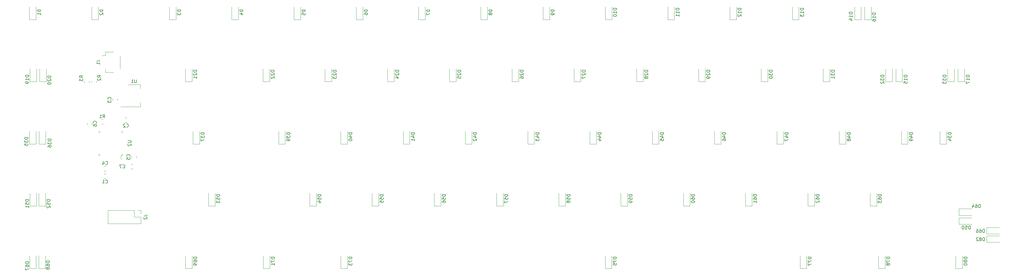
<source format=gbr>
%TF.GenerationSoftware,KiCad,Pcbnew,(6.0.7)*%
%TF.CreationDate,2022-08-26T15:14:46-04:00*%
%TF.ProjectId,thocc-master,74686f63-632d-46d6-9173-7465722e6b69,rev?*%
%TF.SameCoordinates,Original*%
%TF.FileFunction,Legend,Bot*%
%TF.FilePolarity,Positive*%
%FSLAX46Y46*%
G04 Gerber Fmt 4.6, Leading zero omitted, Abs format (unit mm)*
G04 Created by KiCad (PCBNEW (6.0.7)) date 2022-08-26 15:14:46*
%MOMM*%
%LPD*%
G01*
G04 APERTURE LIST*
%ADD10C,0.150000*%
%ADD11C,0.120000*%
G04 APERTURE END LIST*
D10*
%TO.C,C7*%
X229166666Y-130707142D02*
X229214285Y-130754761D01*
X229357142Y-130802380D01*
X229452380Y-130802380D01*
X229595238Y-130754761D01*
X229690476Y-130659523D01*
X229738095Y-130564285D01*
X229785714Y-130373809D01*
X229785714Y-130230952D01*
X229738095Y-130040476D01*
X229690476Y-129945238D01*
X229595238Y-129850000D01*
X229452380Y-129802380D01*
X229357142Y-129802380D01*
X229214285Y-129850000D01*
X229166666Y-129897619D01*
X228833333Y-129802380D02*
X228166666Y-129802380D01*
X228595238Y-130802380D01*
%TO.C,J2*%
X235552380Y-145466666D02*
X236266666Y-145466666D01*
X236409523Y-145419047D01*
X236504761Y-145323809D01*
X236552380Y-145180952D01*
X236552380Y-145085714D01*
X235647619Y-145895238D02*
X235600000Y-145942857D01*
X235552380Y-146038095D01*
X235552380Y-146276190D01*
X235600000Y-146371428D01*
X235647619Y-146419047D01*
X235742857Y-146466666D01*
X235838095Y-146466666D01*
X235980952Y-146419047D01*
X236552380Y-145847619D01*
X236552380Y-146466666D01*
%TO.C,C6*%
X220987142Y-117083333D02*
X221034761Y-117035714D01*
X221082380Y-116892857D01*
X221082380Y-116797619D01*
X221034761Y-116654761D01*
X220939523Y-116559523D01*
X220844285Y-116511904D01*
X220653809Y-116464285D01*
X220510952Y-116464285D01*
X220320476Y-116511904D01*
X220225238Y-116559523D01*
X220130000Y-116654761D01*
X220082380Y-116797619D01*
X220082380Y-116892857D01*
X220130000Y-117035714D01*
X220177619Y-117083333D01*
X220082380Y-117940476D02*
X220082380Y-117750000D01*
X220130000Y-117654761D01*
X220177619Y-117607142D01*
X220320476Y-117511904D01*
X220510952Y-117464285D01*
X220891904Y-117464285D01*
X220987142Y-117511904D01*
X221034761Y-117559523D01*
X221082380Y-117654761D01*
X221082380Y-117845238D01*
X221034761Y-117940476D01*
X220987142Y-117988095D01*
X220891904Y-118035714D01*
X220653809Y-118035714D01*
X220558571Y-117988095D01*
X220510952Y-117940476D01*
X220463333Y-117845238D01*
X220463333Y-117654761D01*
X220510952Y-117559523D01*
X220558571Y-117511904D01*
X220653809Y-117464285D01*
%TO.C,C5*%
X231227142Y-127283333D02*
X231274761Y-127235714D01*
X231322380Y-127092857D01*
X231322380Y-126997619D01*
X231274761Y-126854761D01*
X231179523Y-126759523D01*
X231084285Y-126711904D01*
X230893809Y-126664285D01*
X230750952Y-126664285D01*
X230560476Y-126711904D01*
X230465238Y-126759523D01*
X230370000Y-126854761D01*
X230322380Y-126997619D01*
X230322380Y-127092857D01*
X230370000Y-127235714D01*
X230417619Y-127283333D01*
X230322380Y-128188095D02*
X230322380Y-127711904D01*
X230798571Y-127664285D01*
X230750952Y-127711904D01*
X230703333Y-127807142D01*
X230703333Y-128045238D01*
X230750952Y-128140476D01*
X230798571Y-128188095D01*
X230893809Y-128235714D01*
X231131904Y-128235714D01*
X231227142Y-128188095D01*
X231274761Y-128140476D01*
X231322380Y-128045238D01*
X231322380Y-127807142D01*
X231274761Y-127711904D01*
X231227142Y-127664285D01*
%TO.C,C4*%
X223866666Y-129677142D02*
X223914285Y-129724761D01*
X224057142Y-129772380D01*
X224152380Y-129772380D01*
X224295238Y-129724761D01*
X224390476Y-129629523D01*
X224438095Y-129534285D01*
X224485714Y-129343809D01*
X224485714Y-129200952D01*
X224438095Y-129010476D01*
X224390476Y-128915238D01*
X224295238Y-128820000D01*
X224152380Y-128772380D01*
X224057142Y-128772380D01*
X223914285Y-128820000D01*
X223866666Y-128867619D01*
X223009523Y-129105714D02*
X223009523Y-129772380D01*
X223247619Y-128724761D02*
X223485714Y-129439047D01*
X222866666Y-129439047D01*
%TO.C,C3*%
X225457142Y-109783333D02*
X225504761Y-109735714D01*
X225552380Y-109592857D01*
X225552380Y-109497619D01*
X225504761Y-109354761D01*
X225409523Y-109259523D01*
X225314285Y-109211904D01*
X225123809Y-109164285D01*
X224980952Y-109164285D01*
X224790476Y-109211904D01*
X224695238Y-109259523D01*
X224600000Y-109354761D01*
X224552380Y-109497619D01*
X224552380Y-109592857D01*
X224600000Y-109735714D01*
X224647619Y-109783333D01*
X224552380Y-110116666D02*
X224552380Y-110735714D01*
X224933333Y-110402380D01*
X224933333Y-110545238D01*
X224980952Y-110640476D01*
X225028571Y-110688095D01*
X225123809Y-110735714D01*
X225361904Y-110735714D01*
X225457142Y-110688095D01*
X225504761Y-110640476D01*
X225552380Y-110545238D01*
X225552380Y-110259523D01*
X225504761Y-110164285D01*
X225457142Y-110116666D01*
%TO.C,C2*%
X230216666Y-118187142D02*
X230264285Y-118234761D01*
X230407142Y-118282380D01*
X230502380Y-118282380D01*
X230645238Y-118234761D01*
X230740476Y-118139523D01*
X230788095Y-118044285D01*
X230835714Y-117853809D01*
X230835714Y-117710952D01*
X230788095Y-117520476D01*
X230740476Y-117425238D01*
X230645238Y-117330000D01*
X230502380Y-117282380D01*
X230407142Y-117282380D01*
X230264285Y-117330000D01*
X230216666Y-117377619D01*
X229835714Y-117377619D02*
X229788095Y-117330000D01*
X229692857Y-117282380D01*
X229454761Y-117282380D01*
X229359523Y-117330000D01*
X229311904Y-117377619D01*
X229264285Y-117472857D01*
X229264285Y-117568095D01*
X229311904Y-117710952D01*
X229883333Y-118282380D01*
X229264285Y-118282380D01*
%TO.C,C1*%
X223866666Y-135337142D02*
X223914285Y-135384761D01*
X224057142Y-135432380D01*
X224152380Y-135432380D01*
X224295238Y-135384761D01*
X224390476Y-135289523D01*
X224438095Y-135194285D01*
X224485714Y-135003809D01*
X224485714Y-134860952D01*
X224438095Y-134670476D01*
X224390476Y-134575238D01*
X224295238Y-134480000D01*
X224152380Y-134432380D01*
X224057142Y-134432380D01*
X223914285Y-134480000D01*
X223866666Y-134527619D01*
X222914285Y-135432380D02*
X223485714Y-135432380D01*
X223200000Y-135432380D02*
X223200000Y-134432380D01*
X223295238Y-134575238D01*
X223390476Y-134670476D01*
X223485714Y-134718095D01*
%TO.C,J1*%
X221072380Y-98066666D02*
X221786666Y-98066666D01*
X221929523Y-98019047D01*
X222024761Y-97923809D01*
X222072380Y-97780952D01*
X222072380Y-97685714D01*
X222072380Y-99066666D02*
X222072380Y-98495238D01*
X222072380Y-98780952D02*
X221072380Y-98780952D01*
X221215238Y-98685714D01*
X221310476Y-98590476D01*
X221358095Y-98495238D01*
%TO.C,D78*%
X463752380Y-158085714D02*
X462752380Y-158085714D01*
X462752380Y-158323809D01*
X462800000Y-158466666D01*
X462895238Y-158561904D01*
X462990476Y-158609523D01*
X463180952Y-158657142D01*
X463323809Y-158657142D01*
X463514285Y-158609523D01*
X463609523Y-158561904D01*
X463704761Y-158466666D01*
X463752380Y-158323809D01*
X463752380Y-158085714D01*
X462752380Y-158990476D02*
X462752380Y-159657142D01*
X463752380Y-159228571D01*
X463180952Y-160180952D02*
X463133333Y-160085714D01*
X463085714Y-160038095D01*
X462990476Y-159990476D01*
X462942857Y-159990476D01*
X462847619Y-160038095D01*
X462800000Y-160085714D01*
X462752380Y-160180952D01*
X462752380Y-160371428D01*
X462800000Y-160466666D01*
X462847619Y-160514285D01*
X462942857Y-160561904D01*
X462990476Y-160561904D01*
X463085714Y-160514285D01*
X463133333Y-160466666D01*
X463180952Y-160371428D01*
X463180952Y-160180952D01*
X463228571Y-160085714D01*
X463276190Y-160038095D01*
X463371428Y-159990476D01*
X463561904Y-159990476D01*
X463657142Y-160038095D01*
X463704761Y-160085714D01*
X463752380Y-160180952D01*
X463752380Y-160371428D01*
X463704761Y-160466666D01*
X463657142Y-160514285D01*
X463561904Y-160561904D01*
X463371428Y-160561904D01*
X463276190Y-160514285D01*
X463228571Y-160466666D01*
X463180952Y-160371428D01*
%TO.C,U1*%
X233311904Y-103702380D02*
X233311904Y-104511904D01*
X233264285Y-104607142D01*
X233216666Y-104654761D01*
X233121428Y-104702380D01*
X232930952Y-104702380D01*
X232835714Y-104654761D01*
X232788095Y-104607142D01*
X232740476Y-104511904D01*
X232740476Y-103702380D01*
X231740476Y-104702380D02*
X232311904Y-104702380D01*
X232026190Y-104702380D02*
X232026190Y-103702380D01*
X232121428Y-103845238D01*
X232216666Y-103940476D01*
X232311904Y-103988095D01*
%TO.C,D54*%
X289752380Y-138935714D02*
X288752380Y-138935714D01*
X288752380Y-139173809D01*
X288800000Y-139316666D01*
X288895238Y-139411904D01*
X288990476Y-139459523D01*
X289180952Y-139507142D01*
X289323809Y-139507142D01*
X289514285Y-139459523D01*
X289609523Y-139411904D01*
X289704761Y-139316666D01*
X289752380Y-139173809D01*
X289752380Y-138935714D01*
X288752380Y-140411904D02*
X288752380Y-139935714D01*
X289228571Y-139888095D01*
X289180952Y-139935714D01*
X289133333Y-140030952D01*
X289133333Y-140269047D01*
X289180952Y-140364285D01*
X289228571Y-140411904D01*
X289323809Y-140459523D01*
X289561904Y-140459523D01*
X289657142Y-140411904D01*
X289704761Y-140364285D01*
X289752380Y-140269047D01*
X289752380Y-140030952D01*
X289704761Y-139935714D01*
X289657142Y-139888095D01*
X289085714Y-141316666D02*
X289752380Y-141316666D01*
X288704761Y-141078571D02*
X289419047Y-140840476D01*
X289419047Y-141459523D01*
%TO.C,D4*%
X265902380Y-82361904D02*
X264902380Y-82361904D01*
X264902380Y-82600000D01*
X264950000Y-82742857D01*
X265045238Y-82838095D01*
X265140476Y-82885714D01*
X265330952Y-82933333D01*
X265473809Y-82933333D01*
X265664285Y-82885714D01*
X265759523Y-82838095D01*
X265854761Y-82742857D01*
X265902380Y-82600000D01*
X265902380Y-82361904D01*
X265235714Y-83790476D02*
X265902380Y-83790476D01*
X264854761Y-83552380D02*
X265569047Y-83314285D01*
X265569047Y-83933333D01*
%TO.C,D24*%
X313552380Y-100885714D02*
X312552380Y-100885714D01*
X312552380Y-101123809D01*
X312600000Y-101266666D01*
X312695238Y-101361904D01*
X312790476Y-101409523D01*
X312980952Y-101457142D01*
X313123809Y-101457142D01*
X313314285Y-101409523D01*
X313409523Y-101361904D01*
X313504761Y-101266666D01*
X313552380Y-101123809D01*
X313552380Y-100885714D01*
X312647619Y-101838095D02*
X312600000Y-101885714D01*
X312552380Y-101980952D01*
X312552380Y-102219047D01*
X312600000Y-102314285D01*
X312647619Y-102361904D01*
X312742857Y-102409523D01*
X312838095Y-102409523D01*
X312980952Y-102361904D01*
X313552380Y-101790476D01*
X313552380Y-102409523D01*
X312885714Y-103266666D02*
X313552380Y-103266666D01*
X312504761Y-103028571D02*
X313219047Y-102790476D01*
X313219047Y-103409523D01*
%TO.C,D25*%
X332552380Y-100885714D02*
X331552380Y-100885714D01*
X331552380Y-101123809D01*
X331600000Y-101266666D01*
X331695238Y-101361904D01*
X331790476Y-101409523D01*
X331980952Y-101457142D01*
X332123809Y-101457142D01*
X332314285Y-101409523D01*
X332409523Y-101361904D01*
X332504761Y-101266666D01*
X332552380Y-101123809D01*
X332552380Y-100885714D01*
X331647619Y-101838095D02*
X331600000Y-101885714D01*
X331552380Y-101980952D01*
X331552380Y-102219047D01*
X331600000Y-102314285D01*
X331647619Y-102361904D01*
X331742857Y-102409523D01*
X331838095Y-102409523D01*
X331980952Y-102361904D01*
X332552380Y-101790476D01*
X332552380Y-102409523D01*
X331552380Y-103314285D02*
X331552380Y-102838095D01*
X332028571Y-102790476D01*
X331980952Y-102838095D01*
X331933333Y-102933333D01*
X331933333Y-103171428D01*
X331980952Y-103266666D01*
X332028571Y-103314285D01*
X332123809Y-103361904D01*
X332361904Y-103361904D01*
X332457142Y-103314285D01*
X332504761Y-103266666D01*
X332552380Y-103171428D01*
X332552380Y-102933333D01*
X332504761Y-102838095D01*
X332457142Y-102790476D01*
%TO.C,D10*%
X380202380Y-81885714D02*
X379202380Y-81885714D01*
X379202380Y-82123809D01*
X379250000Y-82266666D01*
X379345238Y-82361904D01*
X379440476Y-82409523D01*
X379630952Y-82457142D01*
X379773809Y-82457142D01*
X379964285Y-82409523D01*
X380059523Y-82361904D01*
X380154761Y-82266666D01*
X380202380Y-82123809D01*
X380202380Y-81885714D01*
X380202380Y-83409523D02*
X380202380Y-82838095D01*
X380202380Y-83123809D02*
X379202380Y-83123809D01*
X379345238Y-83028571D01*
X379440476Y-82933333D01*
X379488095Y-82838095D01*
X379202380Y-84028571D02*
X379202380Y-84123809D01*
X379250000Y-84219047D01*
X379297619Y-84266666D01*
X379392857Y-84314285D01*
X379583333Y-84361904D01*
X379821428Y-84361904D01*
X380011904Y-84314285D01*
X380107142Y-84266666D01*
X380154761Y-84219047D01*
X380202380Y-84123809D01*
X380202380Y-84028571D01*
X380154761Y-83933333D01*
X380107142Y-83885714D01*
X380011904Y-83838095D01*
X379821428Y-83790476D01*
X379583333Y-83790476D01*
X379392857Y-83838095D01*
X379297619Y-83885714D01*
X379250000Y-83933333D01*
X379202380Y-84028571D01*
%TO.C,D27*%
X370652380Y-100885714D02*
X369652380Y-100885714D01*
X369652380Y-101123809D01*
X369700000Y-101266666D01*
X369795238Y-101361904D01*
X369890476Y-101409523D01*
X370080952Y-101457142D01*
X370223809Y-101457142D01*
X370414285Y-101409523D01*
X370509523Y-101361904D01*
X370604761Y-101266666D01*
X370652380Y-101123809D01*
X370652380Y-100885714D01*
X369747619Y-101838095D02*
X369700000Y-101885714D01*
X369652380Y-101980952D01*
X369652380Y-102219047D01*
X369700000Y-102314285D01*
X369747619Y-102361904D01*
X369842857Y-102409523D01*
X369938095Y-102409523D01*
X370080952Y-102361904D01*
X370652380Y-101790476D01*
X370652380Y-102409523D01*
X369652380Y-102742857D02*
X369652380Y-103409523D01*
X370652380Y-102980952D01*
%TO.C,D2*%
X223051380Y-82361904D02*
X222051380Y-82361904D01*
X222051380Y-82600000D01*
X222099000Y-82742857D01*
X222194238Y-82838095D01*
X222289476Y-82885714D01*
X222479952Y-82933333D01*
X222622809Y-82933333D01*
X222813285Y-82885714D01*
X222908523Y-82838095D01*
X223003761Y-82742857D01*
X223051380Y-82600000D01*
X223051380Y-82361904D01*
X222146619Y-83314285D02*
X222099000Y-83361904D01*
X222051380Y-83457142D01*
X222051380Y-83695238D01*
X222099000Y-83790476D01*
X222146619Y-83838095D01*
X222241857Y-83885714D01*
X222337095Y-83885714D01*
X222479952Y-83838095D01*
X223051380Y-83266666D01*
X223051380Y-83885714D01*
%TO.C,D1*%
X204001380Y-82361904D02*
X203001380Y-82361904D01*
X203001380Y-82600000D01*
X203049000Y-82742857D01*
X203144238Y-82838095D01*
X203239476Y-82885714D01*
X203429952Y-82933333D01*
X203572809Y-82933333D01*
X203763285Y-82885714D01*
X203858523Y-82838095D01*
X203953761Y-82742857D01*
X204001380Y-82600000D01*
X204001380Y-82361904D01*
X204001380Y-83885714D02*
X204001380Y-83314285D01*
X204001380Y-83600000D02*
X203001380Y-83600000D01*
X203144238Y-83504761D01*
X203239476Y-83409523D01*
X203287095Y-83314285D01*
%TO.C,U2*%
X230702380Y-122488095D02*
X231511904Y-122488095D01*
X231607142Y-122535714D01*
X231654761Y-122583333D01*
X231702380Y-122678571D01*
X231702380Y-122869047D01*
X231654761Y-122964285D01*
X231607142Y-123011904D01*
X231511904Y-123059523D01*
X230702380Y-123059523D01*
X230797619Y-123488095D02*
X230750000Y-123535714D01*
X230702380Y-123630952D01*
X230702380Y-123869047D01*
X230750000Y-123964285D01*
X230797619Y-124011904D01*
X230892857Y-124059523D01*
X230988095Y-124059523D01*
X231130952Y-124011904D01*
X231702380Y-123440476D01*
X231702380Y-124059523D01*
%TO.C,D66*%
X492704285Y-150566380D02*
X492704285Y-149566380D01*
X492466190Y-149566380D01*
X492323333Y-149614000D01*
X492228095Y-149709238D01*
X492180476Y-149804476D01*
X492132857Y-149994952D01*
X492132857Y-150137809D01*
X492180476Y-150328285D01*
X492228095Y-150423523D01*
X492323333Y-150518761D01*
X492466190Y-150566380D01*
X492704285Y-150566380D01*
X491275714Y-149566380D02*
X491466190Y-149566380D01*
X491561428Y-149614000D01*
X491609047Y-149661619D01*
X491704285Y-149804476D01*
X491751904Y-149994952D01*
X491751904Y-150375904D01*
X491704285Y-150471142D01*
X491656666Y-150518761D01*
X491561428Y-150566380D01*
X491370952Y-150566380D01*
X491275714Y-150518761D01*
X491228095Y-150471142D01*
X491180476Y-150375904D01*
X491180476Y-150137809D01*
X491228095Y-150042571D01*
X491275714Y-149994952D01*
X491370952Y-149947333D01*
X491561428Y-149947333D01*
X491656666Y-149994952D01*
X491704285Y-150042571D01*
X491751904Y-150137809D01*
X490323333Y-149566380D02*
X490513809Y-149566380D01*
X490609047Y-149614000D01*
X490656666Y-149661619D01*
X490751904Y-149804476D01*
X490799523Y-149994952D01*
X490799523Y-150375904D01*
X490751904Y-150471142D01*
X490704285Y-150518761D01*
X490609047Y-150566380D01*
X490418571Y-150566380D01*
X490323333Y-150518761D01*
X490275714Y-150471142D01*
X490228095Y-150375904D01*
X490228095Y-150137809D01*
X490275714Y-150042571D01*
X490323333Y-149994952D01*
X490418571Y-149947333D01*
X490609047Y-149947333D01*
X490704285Y-149994952D01*
X490751904Y-150042571D01*
X490799523Y-150137809D01*
%TO.C,D17*%
X488132380Y-102417714D02*
X487132380Y-102417714D01*
X487132380Y-102655809D01*
X487180000Y-102798666D01*
X487275238Y-102893904D01*
X487370476Y-102941523D01*
X487560952Y-102989142D01*
X487703809Y-102989142D01*
X487894285Y-102941523D01*
X487989523Y-102893904D01*
X488084761Y-102798666D01*
X488132380Y-102655809D01*
X488132380Y-102417714D01*
X488132380Y-103941523D02*
X488132380Y-103370095D01*
X488132380Y-103655809D02*
X487132380Y-103655809D01*
X487275238Y-103560571D01*
X487370476Y-103465333D01*
X487418095Y-103370095D01*
X487132380Y-104274857D02*
X487132380Y-104941523D01*
X488132380Y-104512952D01*
%TO.C,D37*%
X254052380Y-119985714D02*
X253052380Y-119985714D01*
X253052380Y-120223809D01*
X253100000Y-120366666D01*
X253195238Y-120461904D01*
X253290476Y-120509523D01*
X253480952Y-120557142D01*
X253623809Y-120557142D01*
X253814285Y-120509523D01*
X253909523Y-120461904D01*
X254004761Y-120366666D01*
X254052380Y-120223809D01*
X254052380Y-119985714D01*
X253052380Y-120890476D02*
X253052380Y-121509523D01*
X253433333Y-121176190D01*
X253433333Y-121319047D01*
X253480952Y-121414285D01*
X253528571Y-121461904D01*
X253623809Y-121509523D01*
X253861904Y-121509523D01*
X253957142Y-121461904D01*
X254004761Y-121414285D01*
X254052380Y-121319047D01*
X254052380Y-121033333D01*
X254004761Y-120938095D01*
X253957142Y-120890476D01*
X253052380Y-121842857D02*
X253052380Y-122509523D01*
X254052380Y-122080952D01*
%TO.C,D48*%
X451752380Y-119985714D02*
X450752380Y-119985714D01*
X450752380Y-120223809D01*
X450800000Y-120366666D01*
X450895238Y-120461904D01*
X450990476Y-120509523D01*
X451180952Y-120557142D01*
X451323809Y-120557142D01*
X451514285Y-120509523D01*
X451609523Y-120461904D01*
X451704761Y-120366666D01*
X451752380Y-120223809D01*
X451752380Y-119985714D01*
X451085714Y-121414285D02*
X451752380Y-121414285D01*
X450704761Y-121176190D02*
X451419047Y-120938095D01*
X451419047Y-121557142D01*
X451180952Y-122080952D02*
X451133333Y-121985714D01*
X451085714Y-121938095D01*
X450990476Y-121890476D01*
X450942857Y-121890476D01*
X450847619Y-121938095D01*
X450800000Y-121985714D01*
X450752380Y-122080952D01*
X450752380Y-122271428D01*
X450800000Y-122366666D01*
X450847619Y-122414285D01*
X450942857Y-122461904D01*
X450990476Y-122461904D01*
X451085714Y-122414285D01*
X451133333Y-122366666D01*
X451180952Y-122271428D01*
X451180952Y-122080952D01*
X451228571Y-121985714D01*
X451276190Y-121938095D01*
X451371428Y-121890476D01*
X451561904Y-121890476D01*
X451657142Y-121938095D01*
X451704761Y-121985714D01*
X451752380Y-122080952D01*
X451752380Y-122271428D01*
X451704761Y-122366666D01*
X451657142Y-122414285D01*
X451561904Y-122461904D01*
X451371428Y-122461904D01*
X451276190Y-122414285D01*
X451228571Y-122366666D01*
X451180952Y-122271428D01*
%TO.C,D16*%
X459430380Y-83367714D02*
X458430380Y-83367714D01*
X458430380Y-83605809D01*
X458478000Y-83748666D01*
X458573238Y-83843904D01*
X458668476Y-83891523D01*
X458858952Y-83939142D01*
X459001809Y-83939142D01*
X459192285Y-83891523D01*
X459287523Y-83843904D01*
X459382761Y-83748666D01*
X459430380Y-83605809D01*
X459430380Y-83367714D01*
X459430380Y-84891523D02*
X459430380Y-84320095D01*
X459430380Y-84605809D02*
X458430380Y-84605809D01*
X458573238Y-84510571D01*
X458668476Y-84415333D01*
X458716095Y-84320095D01*
X458430380Y-85748666D02*
X458430380Y-85558190D01*
X458478000Y-85462952D01*
X458525619Y-85415333D01*
X458668476Y-85320095D01*
X458858952Y-85272476D01*
X459239904Y-85272476D01*
X459335142Y-85320095D01*
X459382761Y-85367714D01*
X459430380Y-85462952D01*
X459430380Y-85653428D01*
X459382761Y-85748666D01*
X459335142Y-85796285D01*
X459239904Y-85843904D01*
X459001809Y-85843904D01*
X458906571Y-85796285D01*
X458858952Y-85748666D01*
X458811333Y-85653428D01*
X458811333Y-85462952D01*
X458858952Y-85367714D01*
X458906571Y-85320095D01*
X459001809Y-85272476D01*
%TO.C,R2*%
X222402380Y-103033333D02*
X221926190Y-102700000D01*
X222402380Y-102461904D02*
X221402380Y-102461904D01*
X221402380Y-102842857D01*
X221450000Y-102938095D01*
X221497619Y-102985714D01*
X221592857Y-103033333D01*
X221735714Y-103033333D01*
X221830952Y-102985714D01*
X221878571Y-102938095D01*
X221926190Y-102842857D01*
X221926190Y-102461904D01*
X221497619Y-103414285D02*
X221450000Y-103461904D01*
X221402380Y-103557142D01*
X221402380Y-103795238D01*
X221450000Y-103890476D01*
X221497619Y-103938095D01*
X221592857Y-103985714D01*
X221688095Y-103985714D01*
X221830952Y-103938095D01*
X222402380Y-103366666D01*
X222402380Y-103985714D01*
%TO.C,D59*%
X384952380Y-138935714D02*
X383952380Y-138935714D01*
X383952380Y-139173809D01*
X384000000Y-139316666D01*
X384095238Y-139411904D01*
X384190476Y-139459523D01*
X384380952Y-139507142D01*
X384523809Y-139507142D01*
X384714285Y-139459523D01*
X384809523Y-139411904D01*
X384904761Y-139316666D01*
X384952380Y-139173809D01*
X384952380Y-138935714D01*
X383952380Y-140411904D02*
X383952380Y-139935714D01*
X384428571Y-139888095D01*
X384380952Y-139935714D01*
X384333333Y-140030952D01*
X384333333Y-140269047D01*
X384380952Y-140364285D01*
X384428571Y-140411904D01*
X384523809Y-140459523D01*
X384761904Y-140459523D01*
X384857142Y-140411904D01*
X384904761Y-140364285D01*
X384952380Y-140269047D01*
X384952380Y-140030952D01*
X384904761Y-139935714D01*
X384857142Y-139888095D01*
X384952380Y-140935714D02*
X384952380Y-141126190D01*
X384904761Y-141221428D01*
X384857142Y-141269047D01*
X384714285Y-141364285D01*
X384523809Y-141411904D01*
X384142857Y-141411904D01*
X384047619Y-141364285D01*
X384000000Y-141316666D01*
X383952380Y-141221428D01*
X383952380Y-141030952D01*
X384000000Y-140935714D01*
X384047619Y-140888095D01*
X384142857Y-140840476D01*
X384380952Y-140840476D01*
X384476190Y-140888095D01*
X384523809Y-140935714D01*
X384571428Y-141030952D01*
X384571428Y-141221428D01*
X384523809Y-141316666D01*
X384476190Y-141364285D01*
X384380952Y-141411904D01*
%TO.C,D63*%
X461202380Y-138935714D02*
X460202380Y-138935714D01*
X460202380Y-139173809D01*
X460250000Y-139316666D01*
X460345238Y-139411904D01*
X460440476Y-139459523D01*
X460630952Y-139507142D01*
X460773809Y-139507142D01*
X460964285Y-139459523D01*
X461059523Y-139411904D01*
X461154761Y-139316666D01*
X461202380Y-139173809D01*
X461202380Y-138935714D01*
X460202380Y-140364285D02*
X460202380Y-140173809D01*
X460250000Y-140078571D01*
X460297619Y-140030952D01*
X460440476Y-139935714D01*
X460630952Y-139888095D01*
X461011904Y-139888095D01*
X461107142Y-139935714D01*
X461154761Y-139983333D01*
X461202380Y-140078571D01*
X461202380Y-140269047D01*
X461154761Y-140364285D01*
X461107142Y-140411904D01*
X461011904Y-140459523D01*
X460773809Y-140459523D01*
X460678571Y-140411904D01*
X460630952Y-140364285D01*
X460583333Y-140269047D01*
X460583333Y-140078571D01*
X460630952Y-139983333D01*
X460678571Y-139935714D01*
X460773809Y-139888095D01*
X460202380Y-140792857D02*
X460202380Y-141411904D01*
X460583333Y-141078571D01*
X460583333Y-141221428D01*
X460630952Y-141316666D01*
X460678571Y-141364285D01*
X460773809Y-141411904D01*
X461011904Y-141411904D01*
X461107142Y-141364285D01*
X461154761Y-141316666D01*
X461202380Y-141221428D01*
X461202380Y-140935714D01*
X461154761Y-140840476D01*
X461107142Y-140792857D01*
%TO.C,D82*%
X492704285Y-153106380D02*
X492704285Y-152106380D01*
X492466190Y-152106380D01*
X492323333Y-152154000D01*
X492228095Y-152249238D01*
X492180476Y-152344476D01*
X492132857Y-152534952D01*
X492132857Y-152677809D01*
X492180476Y-152868285D01*
X492228095Y-152963523D01*
X492323333Y-153058761D01*
X492466190Y-153106380D01*
X492704285Y-153106380D01*
X491561428Y-152534952D02*
X491656666Y-152487333D01*
X491704285Y-152439714D01*
X491751904Y-152344476D01*
X491751904Y-152296857D01*
X491704285Y-152201619D01*
X491656666Y-152154000D01*
X491561428Y-152106380D01*
X491370952Y-152106380D01*
X491275714Y-152154000D01*
X491228095Y-152201619D01*
X491180476Y-152296857D01*
X491180476Y-152344476D01*
X491228095Y-152439714D01*
X491275714Y-152487333D01*
X491370952Y-152534952D01*
X491561428Y-152534952D01*
X491656666Y-152582571D01*
X491704285Y-152630190D01*
X491751904Y-152725428D01*
X491751904Y-152915904D01*
X491704285Y-153011142D01*
X491656666Y-153058761D01*
X491561428Y-153106380D01*
X491370952Y-153106380D01*
X491275714Y-153058761D01*
X491228095Y-153011142D01*
X491180476Y-152915904D01*
X491180476Y-152725428D01*
X491228095Y-152630190D01*
X491275714Y-152582571D01*
X491370952Y-152534952D01*
X490799523Y-152201619D02*
X490751904Y-152154000D01*
X490656666Y-152106380D01*
X490418571Y-152106380D01*
X490323333Y-152154000D01*
X490275714Y-152201619D01*
X490228095Y-152296857D01*
X490228095Y-152392095D01*
X490275714Y-152534952D01*
X490847142Y-153106380D01*
X490228095Y-153106380D01*
%TO.C,D71*%
X275552380Y-158085714D02*
X274552380Y-158085714D01*
X274552380Y-158323809D01*
X274600000Y-158466666D01*
X274695238Y-158561904D01*
X274790476Y-158609523D01*
X274980952Y-158657142D01*
X275123809Y-158657142D01*
X275314285Y-158609523D01*
X275409523Y-158561904D01*
X275504761Y-158466666D01*
X275552380Y-158323809D01*
X275552380Y-158085714D01*
X274552380Y-158990476D02*
X274552380Y-159657142D01*
X275552380Y-159228571D01*
X275552380Y-160561904D02*
X275552380Y-159990476D01*
X275552380Y-160276190D02*
X274552380Y-160276190D01*
X274695238Y-160180952D01*
X274790476Y-160085714D01*
X274838095Y-159990476D01*
%TO.C,D62*%
X442152380Y-138935714D02*
X441152380Y-138935714D01*
X441152380Y-139173809D01*
X441200000Y-139316666D01*
X441295238Y-139411904D01*
X441390476Y-139459523D01*
X441580952Y-139507142D01*
X441723809Y-139507142D01*
X441914285Y-139459523D01*
X442009523Y-139411904D01*
X442104761Y-139316666D01*
X442152380Y-139173809D01*
X442152380Y-138935714D01*
X441152380Y-140364285D02*
X441152380Y-140173809D01*
X441200000Y-140078571D01*
X441247619Y-140030952D01*
X441390476Y-139935714D01*
X441580952Y-139888095D01*
X441961904Y-139888095D01*
X442057142Y-139935714D01*
X442104761Y-139983333D01*
X442152380Y-140078571D01*
X442152380Y-140269047D01*
X442104761Y-140364285D01*
X442057142Y-140411904D01*
X441961904Y-140459523D01*
X441723809Y-140459523D01*
X441628571Y-140411904D01*
X441580952Y-140364285D01*
X441533333Y-140269047D01*
X441533333Y-140078571D01*
X441580952Y-139983333D01*
X441628571Y-139935714D01*
X441723809Y-139888095D01*
X441247619Y-140840476D02*
X441200000Y-140888095D01*
X441152380Y-140983333D01*
X441152380Y-141221428D01*
X441200000Y-141316666D01*
X441247619Y-141364285D01*
X441342857Y-141411904D01*
X441438095Y-141411904D01*
X441580952Y-141364285D01*
X442152380Y-140792857D01*
X442152380Y-141411904D01*
%TO.C,D67*%
X200350380Y-159567714D02*
X199350380Y-159567714D01*
X199350380Y-159805809D01*
X199398000Y-159948666D01*
X199493238Y-160043904D01*
X199588476Y-160091523D01*
X199778952Y-160139142D01*
X199921809Y-160139142D01*
X200112285Y-160091523D01*
X200207523Y-160043904D01*
X200302761Y-159948666D01*
X200350380Y-159805809D01*
X200350380Y-159567714D01*
X199350380Y-160996285D02*
X199350380Y-160805809D01*
X199398000Y-160710571D01*
X199445619Y-160662952D01*
X199588476Y-160567714D01*
X199778952Y-160520095D01*
X200159904Y-160520095D01*
X200255142Y-160567714D01*
X200302761Y-160615333D01*
X200350380Y-160710571D01*
X200350380Y-160901047D01*
X200302761Y-160996285D01*
X200255142Y-161043904D01*
X200159904Y-161091523D01*
X199921809Y-161091523D01*
X199826571Y-161043904D01*
X199778952Y-160996285D01*
X199731333Y-160901047D01*
X199731333Y-160710571D01*
X199778952Y-160615333D01*
X199826571Y-160567714D01*
X199921809Y-160520095D01*
X199350380Y-161424857D02*
X199350380Y-162091523D01*
X200350380Y-161662952D01*
%TO.C,D77*%
X439752380Y-158085714D02*
X438752380Y-158085714D01*
X438752380Y-158323809D01*
X438800000Y-158466666D01*
X438895238Y-158561904D01*
X438990476Y-158609523D01*
X439180952Y-158657142D01*
X439323809Y-158657142D01*
X439514285Y-158609523D01*
X439609523Y-158561904D01*
X439704761Y-158466666D01*
X439752380Y-158323809D01*
X439752380Y-158085714D01*
X438752380Y-158990476D02*
X438752380Y-159657142D01*
X439752380Y-159228571D01*
X438752380Y-159942857D02*
X438752380Y-160609523D01*
X439752380Y-160180952D01*
%TO.C,D11*%
X399302380Y-81885714D02*
X398302380Y-81885714D01*
X398302380Y-82123809D01*
X398350000Y-82266666D01*
X398445238Y-82361904D01*
X398540476Y-82409523D01*
X398730952Y-82457142D01*
X398873809Y-82457142D01*
X399064285Y-82409523D01*
X399159523Y-82361904D01*
X399254761Y-82266666D01*
X399302380Y-82123809D01*
X399302380Y-81885714D01*
X399302380Y-83409523D02*
X399302380Y-82838095D01*
X399302380Y-83123809D02*
X398302380Y-83123809D01*
X398445238Y-83028571D01*
X398540476Y-82933333D01*
X398588095Y-82838095D01*
X399302380Y-84361904D02*
X399302380Y-83790476D01*
X399302380Y-84076190D02*
X398302380Y-84076190D01*
X398445238Y-83980952D01*
X398540476Y-83885714D01*
X398588095Y-83790476D01*
%TO.C,D30*%
X427852380Y-100885714D02*
X426852380Y-100885714D01*
X426852380Y-101123809D01*
X426900000Y-101266666D01*
X426995238Y-101361904D01*
X427090476Y-101409523D01*
X427280952Y-101457142D01*
X427423809Y-101457142D01*
X427614285Y-101409523D01*
X427709523Y-101361904D01*
X427804761Y-101266666D01*
X427852380Y-101123809D01*
X427852380Y-100885714D01*
X426852380Y-101790476D02*
X426852380Y-102409523D01*
X427233333Y-102076190D01*
X427233333Y-102219047D01*
X427280952Y-102314285D01*
X427328571Y-102361904D01*
X427423809Y-102409523D01*
X427661904Y-102409523D01*
X427757142Y-102361904D01*
X427804761Y-102314285D01*
X427852380Y-102219047D01*
X427852380Y-101933333D01*
X427804761Y-101838095D01*
X427757142Y-101790476D01*
X426852380Y-103028571D02*
X426852380Y-103123809D01*
X426900000Y-103219047D01*
X426947619Y-103266666D01*
X427042857Y-103314285D01*
X427233333Y-103361904D01*
X427471428Y-103361904D01*
X427661904Y-103314285D01*
X427757142Y-103266666D01*
X427804761Y-103219047D01*
X427852380Y-103123809D01*
X427852380Y-103028571D01*
X427804761Y-102933333D01*
X427757142Y-102885714D01*
X427661904Y-102838095D01*
X427471428Y-102790476D01*
X427233333Y-102790476D01*
X427042857Y-102838095D01*
X426947619Y-102885714D01*
X426900000Y-102933333D01*
X426852380Y-103028571D01*
%TO.C,D75*%
X380152380Y-158085714D02*
X379152380Y-158085714D01*
X379152380Y-158323809D01*
X379200000Y-158466666D01*
X379295238Y-158561904D01*
X379390476Y-158609523D01*
X379580952Y-158657142D01*
X379723809Y-158657142D01*
X379914285Y-158609523D01*
X380009523Y-158561904D01*
X380104761Y-158466666D01*
X380152380Y-158323809D01*
X380152380Y-158085714D01*
X379152380Y-158990476D02*
X379152380Y-159657142D01*
X380152380Y-159228571D01*
X379152380Y-160514285D02*
X379152380Y-160038095D01*
X379628571Y-159990476D01*
X379580952Y-160038095D01*
X379533333Y-160133333D01*
X379533333Y-160371428D01*
X379580952Y-160466666D01*
X379628571Y-160514285D01*
X379723809Y-160561904D01*
X379961904Y-160561904D01*
X380057142Y-160514285D01*
X380104761Y-160466666D01*
X380152380Y-160371428D01*
X380152380Y-160133333D01*
X380104761Y-160038095D01*
X380057142Y-159990476D01*
%TO.C,D5*%
X284952380Y-82361904D02*
X283952380Y-82361904D01*
X283952380Y-82600000D01*
X284000000Y-82742857D01*
X284095238Y-82838095D01*
X284190476Y-82885714D01*
X284380952Y-82933333D01*
X284523809Y-82933333D01*
X284714285Y-82885714D01*
X284809523Y-82838095D01*
X284904761Y-82742857D01*
X284952380Y-82600000D01*
X284952380Y-82361904D01*
X283952380Y-83838095D02*
X283952380Y-83361904D01*
X284428571Y-83314285D01*
X284380952Y-83361904D01*
X284333333Y-83457142D01*
X284333333Y-83695238D01*
X284380952Y-83790476D01*
X284428571Y-83838095D01*
X284523809Y-83885714D01*
X284761904Y-83885714D01*
X284857142Y-83838095D01*
X284904761Y-83790476D01*
X284952380Y-83695238D01*
X284952380Y-83457142D01*
X284904761Y-83361904D01*
X284857142Y-83314285D01*
%TO.C,D12*%
X418302380Y-81885714D02*
X417302380Y-81885714D01*
X417302380Y-82123809D01*
X417350000Y-82266666D01*
X417445238Y-82361904D01*
X417540476Y-82409523D01*
X417730952Y-82457142D01*
X417873809Y-82457142D01*
X418064285Y-82409523D01*
X418159523Y-82361904D01*
X418254761Y-82266666D01*
X418302380Y-82123809D01*
X418302380Y-81885714D01*
X418302380Y-83409523D02*
X418302380Y-82838095D01*
X418302380Y-83123809D02*
X417302380Y-83123809D01*
X417445238Y-83028571D01*
X417540476Y-82933333D01*
X417588095Y-82838095D01*
X417397619Y-83790476D02*
X417350000Y-83838095D01*
X417302380Y-83933333D01*
X417302380Y-84171428D01*
X417350000Y-84266666D01*
X417397619Y-84314285D01*
X417492857Y-84361904D01*
X417588095Y-84361904D01*
X417730952Y-84314285D01*
X418302380Y-83742857D01*
X418302380Y-84361904D01*
%TO.C,D57*%
X346902380Y-138935714D02*
X345902380Y-138935714D01*
X345902380Y-139173809D01*
X345950000Y-139316666D01*
X346045238Y-139411904D01*
X346140476Y-139459523D01*
X346330952Y-139507142D01*
X346473809Y-139507142D01*
X346664285Y-139459523D01*
X346759523Y-139411904D01*
X346854761Y-139316666D01*
X346902380Y-139173809D01*
X346902380Y-138935714D01*
X345902380Y-140411904D02*
X345902380Y-139935714D01*
X346378571Y-139888095D01*
X346330952Y-139935714D01*
X346283333Y-140030952D01*
X346283333Y-140269047D01*
X346330952Y-140364285D01*
X346378571Y-140411904D01*
X346473809Y-140459523D01*
X346711904Y-140459523D01*
X346807142Y-140411904D01*
X346854761Y-140364285D01*
X346902380Y-140269047D01*
X346902380Y-140030952D01*
X346854761Y-139935714D01*
X346807142Y-139888095D01*
X345902380Y-140792857D02*
X345902380Y-141459523D01*
X346902380Y-141030952D01*
%TO.C,D73*%
X299252380Y-158085714D02*
X298252380Y-158085714D01*
X298252380Y-158323809D01*
X298300000Y-158466666D01*
X298395238Y-158561904D01*
X298490476Y-158609523D01*
X298680952Y-158657142D01*
X298823809Y-158657142D01*
X299014285Y-158609523D01*
X299109523Y-158561904D01*
X299204761Y-158466666D01*
X299252380Y-158323809D01*
X299252380Y-158085714D01*
X298252380Y-158990476D02*
X298252380Y-159657142D01*
X299252380Y-159228571D01*
X298252380Y-159942857D02*
X298252380Y-160561904D01*
X298633333Y-160228571D01*
X298633333Y-160371428D01*
X298680952Y-160466666D01*
X298728571Y-160514285D01*
X298823809Y-160561904D01*
X299061904Y-160561904D01*
X299157142Y-160514285D01*
X299204761Y-160466666D01*
X299252380Y-160371428D01*
X299252380Y-160085714D01*
X299204761Y-159990476D01*
X299157142Y-159942857D01*
%TO.C,D3*%
X246852380Y-82361904D02*
X245852380Y-82361904D01*
X245852380Y-82600000D01*
X245900000Y-82742857D01*
X245995238Y-82838095D01*
X246090476Y-82885714D01*
X246280952Y-82933333D01*
X246423809Y-82933333D01*
X246614285Y-82885714D01*
X246709523Y-82838095D01*
X246804761Y-82742857D01*
X246852380Y-82600000D01*
X246852380Y-82361904D01*
X245852380Y-83266666D02*
X245852380Y-83885714D01*
X246233333Y-83552380D01*
X246233333Y-83695238D01*
X246280952Y-83790476D01*
X246328571Y-83838095D01*
X246423809Y-83885714D01*
X246661904Y-83885714D01*
X246757142Y-83838095D01*
X246804761Y-83790476D01*
X246852380Y-83695238D01*
X246852380Y-83409523D01*
X246804761Y-83314285D01*
X246757142Y-83266666D01*
%TO.C,D61*%
X423052380Y-138935714D02*
X422052380Y-138935714D01*
X422052380Y-139173809D01*
X422100000Y-139316666D01*
X422195238Y-139411904D01*
X422290476Y-139459523D01*
X422480952Y-139507142D01*
X422623809Y-139507142D01*
X422814285Y-139459523D01*
X422909523Y-139411904D01*
X423004761Y-139316666D01*
X423052380Y-139173809D01*
X423052380Y-138935714D01*
X422052380Y-140364285D02*
X422052380Y-140173809D01*
X422100000Y-140078571D01*
X422147619Y-140030952D01*
X422290476Y-139935714D01*
X422480952Y-139888095D01*
X422861904Y-139888095D01*
X422957142Y-139935714D01*
X423004761Y-139983333D01*
X423052380Y-140078571D01*
X423052380Y-140269047D01*
X423004761Y-140364285D01*
X422957142Y-140411904D01*
X422861904Y-140459523D01*
X422623809Y-140459523D01*
X422528571Y-140411904D01*
X422480952Y-140364285D01*
X422433333Y-140269047D01*
X422433333Y-140078571D01*
X422480952Y-139983333D01*
X422528571Y-139935714D01*
X422623809Y-139888095D01*
X423052380Y-141411904D02*
X423052380Y-140840476D01*
X423052380Y-141126190D02*
X422052380Y-141126190D01*
X422195238Y-141030952D01*
X422290476Y-140935714D01*
X422338095Y-140840476D01*
%TO.C,D34*%
X482552380Y-119985714D02*
X481552380Y-119985714D01*
X481552380Y-120223809D01*
X481600000Y-120366666D01*
X481695238Y-120461904D01*
X481790476Y-120509523D01*
X481980952Y-120557142D01*
X482123809Y-120557142D01*
X482314285Y-120509523D01*
X482409523Y-120461904D01*
X482504761Y-120366666D01*
X482552380Y-120223809D01*
X482552380Y-119985714D01*
X481552380Y-120890476D02*
X481552380Y-121509523D01*
X481933333Y-121176190D01*
X481933333Y-121319047D01*
X481980952Y-121414285D01*
X482028571Y-121461904D01*
X482123809Y-121509523D01*
X482361904Y-121509523D01*
X482457142Y-121461904D01*
X482504761Y-121414285D01*
X482552380Y-121319047D01*
X482552380Y-121033333D01*
X482504761Y-120938095D01*
X482457142Y-120890476D01*
X481885714Y-122366666D02*
X482552380Y-122366666D01*
X481504761Y-122128571D02*
X482219047Y-121890476D01*
X482219047Y-122509523D01*
%TO.C,D23*%
X294452380Y-100885714D02*
X293452380Y-100885714D01*
X293452380Y-101123809D01*
X293500000Y-101266666D01*
X293595238Y-101361904D01*
X293690476Y-101409523D01*
X293880952Y-101457142D01*
X294023809Y-101457142D01*
X294214285Y-101409523D01*
X294309523Y-101361904D01*
X294404761Y-101266666D01*
X294452380Y-101123809D01*
X294452380Y-100885714D01*
X293547619Y-101838095D02*
X293500000Y-101885714D01*
X293452380Y-101980952D01*
X293452380Y-102219047D01*
X293500000Y-102314285D01*
X293547619Y-102361904D01*
X293642857Y-102409523D01*
X293738095Y-102409523D01*
X293880952Y-102361904D01*
X294452380Y-101790476D01*
X294452380Y-102409523D01*
X293452380Y-102742857D02*
X293452380Y-103361904D01*
X293833333Y-103028571D01*
X293833333Y-103171428D01*
X293880952Y-103266666D01*
X293928571Y-103314285D01*
X294023809Y-103361904D01*
X294261904Y-103361904D01*
X294357142Y-103314285D01*
X294404761Y-103266666D01*
X294452380Y-103171428D01*
X294452380Y-102885714D01*
X294404761Y-102790476D01*
X294357142Y-102742857D01*
%TO.C,D58*%
X365952380Y-138935714D02*
X364952380Y-138935714D01*
X364952380Y-139173809D01*
X365000000Y-139316666D01*
X365095238Y-139411904D01*
X365190476Y-139459523D01*
X365380952Y-139507142D01*
X365523809Y-139507142D01*
X365714285Y-139459523D01*
X365809523Y-139411904D01*
X365904761Y-139316666D01*
X365952380Y-139173809D01*
X365952380Y-138935714D01*
X364952380Y-140411904D02*
X364952380Y-139935714D01*
X365428571Y-139888095D01*
X365380952Y-139935714D01*
X365333333Y-140030952D01*
X365333333Y-140269047D01*
X365380952Y-140364285D01*
X365428571Y-140411904D01*
X365523809Y-140459523D01*
X365761904Y-140459523D01*
X365857142Y-140411904D01*
X365904761Y-140364285D01*
X365952380Y-140269047D01*
X365952380Y-140030952D01*
X365904761Y-139935714D01*
X365857142Y-139888095D01*
X365380952Y-141030952D02*
X365333333Y-140935714D01*
X365285714Y-140888095D01*
X365190476Y-140840476D01*
X365142857Y-140840476D01*
X365047619Y-140888095D01*
X365000000Y-140935714D01*
X364952380Y-141030952D01*
X364952380Y-141221428D01*
X365000000Y-141316666D01*
X365047619Y-141364285D01*
X365142857Y-141411904D01*
X365190476Y-141411904D01*
X365285714Y-141364285D01*
X365333333Y-141316666D01*
X365380952Y-141221428D01*
X365380952Y-141030952D01*
X365428571Y-140935714D01*
X365476190Y-140888095D01*
X365571428Y-140840476D01*
X365761904Y-140840476D01*
X365857142Y-140888095D01*
X365904761Y-140935714D01*
X365952380Y-141030952D01*
X365952380Y-141221428D01*
X365904761Y-141316666D01*
X365857142Y-141364285D01*
X365761904Y-141411904D01*
X365571428Y-141411904D01*
X365476190Y-141364285D01*
X365428571Y-141316666D01*
X365380952Y-141221428D01*
%TO.C,D35*%
X200096380Y-121467714D02*
X199096380Y-121467714D01*
X199096380Y-121705809D01*
X199144000Y-121848666D01*
X199239238Y-121943904D01*
X199334476Y-121991523D01*
X199524952Y-122039142D01*
X199667809Y-122039142D01*
X199858285Y-121991523D01*
X199953523Y-121943904D01*
X200048761Y-121848666D01*
X200096380Y-121705809D01*
X200096380Y-121467714D01*
X199096380Y-122372476D02*
X199096380Y-122991523D01*
X199477333Y-122658190D01*
X199477333Y-122801047D01*
X199524952Y-122896285D01*
X199572571Y-122943904D01*
X199667809Y-122991523D01*
X199905904Y-122991523D01*
X200001142Y-122943904D01*
X200048761Y-122896285D01*
X200096380Y-122801047D01*
X200096380Y-122515333D01*
X200048761Y-122420095D01*
X200001142Y-122372476D01*
X199096380Y-123896285D02*
X199096380Y-123420095D01*
X199572571Y-123372476D01*
X199524952Y-123420095D01*
X199477333Y-123515333D01*
X199477333Y-123753428D01*
X199524952Y-123848666D01*
X199572571Y-123896285D01*
X199667809Y-123943904D01*
X199905904Y-123943904D01*
X200001142Y-123896285D01*
X200048761Y-123848666D01*
X200096380Y-123753428D01*
X200096380Y-123515333D01*
X200048761Y-123420095D01*
X200001142Y-123372476D01*
%TO.C,D36*%
X207208380Y-121975714D02*
X206208380Y-121975714D01*
X206208380Y-122213809D01*
X206256000Y-122356666D01*
X206351238Y-122451904D01*
X206446476Y-122499523D01*
X206636952Y-122547142D01*
X206779809Y-122547142D01*
X206970285Y-122499523D01*
X207065523Y-122451904D01*
X207160761Y-122356666D01*
X207208380Y-122213809D01*
X207208380Y-121975714D01*
X206208380Y-122880476D02*
X206208380Y-123499523D01*
X206589333Y-123166190D01*
X206589333Y-123309047D01*
X206636952Y-123404285D01*
X206684571Y-123451904D01*
X206779809Y-123499523D01*
X207017904Y-123499523D01*
X207113142Y-123451904D01*
X207160761Y-123404285D01*
X207208380Y-123309047D01*
X207208380Y-123023333D01*
X207160761Y-122928095D01*
X207113142Y-122880476D01*
X206208380Y-124356666D02*
X206208380Y-124166190D01*
X206256000Y-124070952D01*
X206303619Y-124023333D01*
X206446476Y-123928095D01*
X206636952Y-123880476D01*
X207017904Y-123880476D01*
X207113142Y-123928095D01*
X207160761Y-123975714D01*
X207208380Y-124070952D01*
X207208380Y-124261428D01*
X207160761Y-124356666D01*
X207113142Y-124404285D01*
X207017904Y-124451904D01*
X206779809Y-124451904D01*
X206684571Y-124404285D01*
X206636952Y-124356666D01*
X206589333Y-124261428D01*
X206589333Y-124070952D01*
X206636952Y-123975714D01*
X206684571Y-123928095D01*
X206779809Y-123880476D01*
%TO.C,D46*%
X413552380Y-119985714D02*
X412552380Y-119985714D01*
X412552380Y-120223809D01*
X412600000Y-120366666D01*
X412695238Y-120461904D01*
X412790476Y-120509523D01*
X412980952Y-120557142D01*
X413123809Y-120557142D01*
X413314285Y-120509523D01*
X413409523Y-120461904D01*
X413504761Y-120366666D01*
X413552380Y-120223809D01*
X413552380Y-119985714D01*
X412885714Y-121414285D02*
X413552380Y-121414285D01*
X412504761Y-121176190D02*
X413219047Y-120938095D01*
X413219047Y-121557142D01*
X412552380Y-122366666D02*
X412552380Y-122176190D01*
X412600000Y-122080952D01*
X412647619Y-122033333D01*
X412790476Y-121938095D01*
X412980952Y-121890476D01*
X413361904Y-121890476D01*
X413457142Y-121938095D01*
X413504761Y-121985714D01*
X413552380Y-122080952D01*
X413552380Y-122271428D01*
X413504761Y-122366666D01*
X413457142Y-122414285D01*
X413361904Y-122461904D01*
X413123809Y-122461904D01*
X413028571Y-122414285D01*
X412980952Y-122366666D01*
X412933333Y-122271428D01*
X412933333Y-122080952D01*
X412980952Y-121985714D01*
X413028571Y-121938095D01*
X413123809Y-121890476D01*
%TO.C,D14*%
X452318380Y-83113714D02*
X451318380Y-83113714D01*
X451318380Y-83351809D01*
X451366000Y-83494666D01*
X451461238Y-83589904D01*
X451556476Y-83637523D01*
X451746952Y-83685142D01*
X451889809Y-83685142D01*
X452080285Y-83637523D01*
X452175523Y-83589904D01*
X452270761Y-83494666D01*
X452318380Y-83351809D01*
X452318380Y-83113714D01*
X452318380Y-84637523D02*
X452318380Y-84066095D01*
X452318380Y-84351809D02*
X451318380Y-84351809D01*
X451461238Y-84256571D01*
X451556476Y-84161333D01*
X451604095Y-84066095D01*
X451651714Y-85494666D02*
X452318380Y-85494666D01*
X451270761Y-85256571D02*
X451985047Y-85018476D01*
X451985047Y-85637523D01*
%TO.C,D28*%
X389752380Y-100885714D02*
X388752380Y-100885714D01*
X388752380Y-101123809D01*
X388800000Y-101266666D01*
X388895238Y-101361904D01*
X388990476Y-101409523D01*
X389180952Y-101457142D01*
X389323809Y-101457142D01*
X389514285Y-101409523D01*
X389609523Y-101361904D01*
X389704761Y-101266666D01*
X389752380Y-101123809D01*
X389752380Y-100885714D01*
X388847619Y-101838095D02*
X388800000Y-101885714D01*
X388752380Y-101980952D01*
X388752380Y-102219047D01*
X388800000Y-102314285D01*
X388847619Y-102361904D01*
X388942857Y-102409523D01*
X389038095Y-102409523D01*
X389180952Y-102361904D01*
X389752380Y-101790476D01*
X389752380Y-102409523D01*
X389180952Y-102980952D02*
X389133333Y-102885714D01*
X389085714Y-102838095D01*
X388990476Y-102790476D01*
X388942857Y-102790476D01*
X388847619Y-102838095D01*
X388800000Y-102885714D01*
X388752380Y-102980952D01*
X388752380Y-103171428D01*
X388800000Y-103266666D01*
X388847619Y-103314285D01*
X388942857Y-103361904D01*
X388990476Y-103361904D01*
X389085714Y-103314285D01*
X389133333Y-103266666D01*
X389180952Y-103171428D01*
X389180952Y-102980952D01*
X389228571Y-102885714D01*
X389276190Y-102838095D01*
X389371428Y-102790476D01*
X389561904Y-102790476D01*
X389657142Y-102838095D01*
X389704761Y-102885714D01*
X389752380Y-102980952D01*
X389752380Y-103171428D01*
X389704761Y-103266666D01*
X389657142Y-103314285D01*
X389561904Y-103361904D01*
X389371428Y-103361904D01*
X389276190Y-103314285D01*
X389228571Y-103266666D01*
X389180952Y-103171428D01*
%TO.C,D51*%
X200350380Y-140517714D02*
X199350380Y-140517714D01*
X199350380Y-140755809D01*
X199398000Y-140898666D01*
X199493238Y-140993904D01*
X199588476Y-141041523D01*
X199778952Y-141089142D01*
X199921809Y-141089142D01*
X200112285Y-141041523D01*
X200207523Y-140993904D01*
X200302761Y-140898666D01*
X200350380Y-140755809D01*
X200350380Y-140517714D01*
X199350380Y-141993904D02*
X199350380Y-141517714D01*
X199826571Y-141470095D01*
X199778952Y-141517714D01*
X199731333Y-141612952D01*
X199731333Y-141851047D01*
X199778952Y-141946285D01*
X199826571Y-141993904D01*
X199921809Y-142041523D01*
X200159904Y-142041523D01*
X200255142Y-141993904D01*
X200302761Y-141946285D01*
X200350380Y-141851047D01*
X200350380Y-141612952D01*
X200302761Y-141517714D01*
X200255142Y-141470095D01*
X200350380Y-142993904D02*
X200350380Y-142422476D01*
X200350380Y-142708190D02*
X199350380Y-142708190D01*
X199493238Y-142612952D01*
X199588476Y-142517714D01*
X199636095Y-142422476D01*
%TO.C,D41*%
X318352380Y-119985714D02*
X317352380Y-119985714D01*
X317352380Y-120223809D01*
X317400000Y-120366666D01*
X317495238Y-120461904D01*
X317590476Y-120509523D01*
X317780952Y-120557142D01*
X317923809Y-120557142D01*
X318114285Y-120509523D01*
X318209523Y-120461904D01*
X318304761Y-120366666D01*
X318352380Y-120223809D01*
X318352380Y-119985714D01*
X317685714Y-121414285D02*
X318352380Y-121414285D01*
X317304761Y-121176190D02*
X318019047Y-120938095D01*
X318019047Y-121557142D01*
X318352380Y-122461904D02*
X318352380Y-121890476D01*
X318352380Y-122176190D02*
X317352380Y-122176190D01*
X317495238Y-122080952D01*
X317590476Y-121985714D01*
X317638095Y-121890476D01*
%TO.C,D32*%
X461970380Y-102417714D02*
X460970380Y-102417714D01*
X460970380Y-102655809D01*
X461018000Y-102798666D01*
X461113238Y-102893904D01*
X461208476Y-102941523D01*
X461398952Y-102989142D01*
X461541809Y-102989142D01*
X461732285Y-102941523D01*
X461827523Y-102893904D01*
X461922761Y-102798666D01*
X461970380Y-102655809D01*
X461970380Y-102417714D01*
X460970380Y-103322476D02*
X460970380Y-103941523D01*
X461351333Y-103608190D01*
X461351333Y-103751047D01*
X461398952Y-103846285D01*
X461446571Y-103893904D01*
X461541809Y-103941523D01*
X461779904Y-103941523D01*
X461875142Y-103893904D01*
X461922761Y-103846285D01*
X461970380Y-103751047D01*
X461970380Y-103465333D01*
X461922761Y-103370095D01*
X461875142Y-103322476D01*
X461065619Y-104322476D02*
X461018000Y-104370095D01*
X460970380Y-104465333D01*
X460970380Y-104703428D01*
X461018000Y-104798666D01*
X461065619Y-104846285D01*
X461160857Y-104893904D01*
X461256095Y-104893904D01*
X461398952Y-104846285D01*
X461970380Y-104274857D01*
X461970380Y-104893904D01*
%TO.C,D8*%
X342102380Y-82361904D02*
X341102380Y-82361904D01*
X341102380Y-82600000D01*
X341150000Y-82742857D01*
X341245238Y-82838095D01*
X341340476Y-82885714D01*
X341530952Y-82933333D01*
X341673809Y-82933333D01*
X341864285Y-82885714D01*
X341959523Y-82838095D01*
X342054761Y-82742857D01*
X342102380Y-82600000D01*
X342102380Y-82361904D01*
X341530952Y-83504761D02*
X341483333Y-83409523D01*
X341435714Y-83361904D01*
X341340476Y-83314285D01*
X341292857Y-83314285D01*
X341197619Y-83361904D01*
X341150000Y-83409523D01*
X341102380Y-83504761D01*
X341102380Y-83695238D01*
X341150000Y-83790476D01*
X341197619Y-83838095D01*
X341292857Y-83885714D01*
X341340476Y-83885714D01*
X341435714Y-83838095D01*
X341483333Y-83790476D01*
X341530952Y-83695238D01*
X341530952Y-83504761D01*
X341578571Y-83409523D01*
X341626190Y-83361904D01*
X341721428Y-83314285D01*
X341911904Y-83314285D01*
X342007142Y-83361904D01*
X342054761Y-83409523D01*
X342102380Y-83504761D01*
X342102380Y-83695238D01*
X342054761Y-83790476D01*
X342007142Y-83838095D01*
X341911904Y-83885714D01*
X341721428Y-83885714D01*
X341626190Y-83838095D01*
X341578571Y-83790476D01*
X341530952Y-83695238D01*
%TO.C,D80*%
X487402380Y-158085714D02*
X486402380Y-158085714D01*
X486402380Y-158323809D01*
X486450000Y-158466666D01*
X486545238Y-158561904D01*
X486640476Y-158609523D01*
X486830952Y-158657142D01*
X486973809Y-158657142D01*
X487164285Y-158609523D01*
X487259523Y-158561904D01*
X487354761Y-158466666D01*
X487402380Y-158323809D01*
X487402380Y-158085714D01*
X486830952Y-159228571D02*
X486783333Y-159133333D01*
X486735714Y-159085714D01*
X486640476Y-159038095D01*
X486592857Y-159038095D01*
X486497619Y-159085714D01*
X486450000Y-159133333D01*
X486402380Y-159228571D01*
X486402380Y-159419047D01*
X486450000Y-159514285D01*
X486497619Y-159561904D01*
X486592857Y-159609523D01*
X486640476Y-159609523D01*
X486735714Y-159561904D01*
X486783333Y-159514285D01*
X486830952Y-159419047D01*
X486830952Y-159228571D01*
X486878571Y-159133333D01*
X486926190Y-159085714D01*
X487021428Y-159038095D01*
X487211904Y-159038095D01*
X487307142Y-159085714D01*
X487354761Y-159133333D01*
X487402380Y-159228571D01*
X487402380Y-159419047D01*
X487354761Y-159514285D01*
X487307142Y-159561904D01*
X487211904Y-159609523D01*
X487021428Y-159609523D01*
X486926190Y-159561904D01*
X486878571Y-159514285D01*
X486830952Y-159419047D01*
X486402380Y-160228571D02*
X486402380Y-160323809D01*
X486450000Y-160419047D01*
X486497619Y-160466666D01*
X486592857Y-160514285D01*
X486783333Y-160561904D01*
X487021428Y-160561904D01*
X487211904Y-160514285D01*
X487307142Y-160466666D01*
X487354761Y-160419047D01*
X487402380Y-160323809D01*
X487402380Y-160228571D01*
X487354761Y-160133333D01*
X487307142Y-160085714D01*
X487211904Y-160038095D01*
X487021428Y-159990476D01*
X486783333Y-159990476D01*
X486592857Y-160038095D01*
X486497619Y-160085714D01*
X486450000Y-160133333D01*
X486402380Y-160228571D01*
%TO.C,D42*%
X337352380Y-119985714D02*
X336352380Y-119985714D01*
X336352380Y-120223809D01*
X336400000Y-120366666D01*
X336495238Y-120461904D01*
X336590476Y-120509523D01*
X336780952Y-120557142D01*
X336923809Y-120557142D01*
X337114285Y-120509523D01*
X337209523Y-120461904D01*
X337304761Y-120366666D01*
X337352380Y-120223809D01*
X337352380Y-119985714D01*
X336685714Y-121414285D02*
X337352380Y-121414285D01*
X336304761Y-121176190D02*
X337019047Y-120938095D01*
X337019047Y-121557142D01*
X336447619Y-121890476D02*
X336400000Y-121938095D01*
X336352380Y-122033333D01*
X336352380Y-122271428D01*
X336400000Y-122366666D01*
X336447619Y-122414285D01*
X336542857Y-122461904D01*
X336638095Y-122461904D01*
X336780952Y-122414285D01*
X337352380Y-121842857D01*
X337352380Y-122461904D01*
%TO.C,D21*%
X251752380Y-100885714D02*
X250752380Y-100885714D01*
X250752380Y-101123809D01*
X250800000Y-101266666D01*
X250895238Y-101361904D01*
X250990476Y-101409523D01*
X251180952Y-101457142D01*
X251323809Y-101457142D01*
X251514285Y-101409523D01*
X251609523Y-101361904D01*
X251704761Y-101266666D01*
X251752380Y-101123809D01*
X251752380Y-100885714D01*
X250847619Y-101838095D02*
X250800000Y-101885714D01*
X250752380Y-101980952D01*
X250752380Y-102219047D01*
X250800000Y-102314285D01*
X250847619Y-102361904D01*
X250942857Y-102409523D01*
X251038095Y-102409523D01*
X251180952Y-102361904D01*
X251752380Y-101790476D01*
X251752380Y-102409523D01*
X251752380Y-103361904D02*
X251752380Y-102790476D01*
X251752380Y-103076190D02*
X250752380Y-103076190D01*
X250895238Y-102980952D01*
X250990476Y-102885714D01*
X251038095Y-102790476D01*
%TO.C,D43*%
X356452380Y-119985714D02*
X355452380Y-119985714D01*
X355452380Y-120223809D01*
X355500000Y-120366666D01*
X355595238Y-120461904D01*
X355690476Y-120509523D01*
X355880952Y-120557142D01*
X356023809Y-120557142D01*
X356214285Y-120509523D01*
X356309523Y-120461904D01*
X356404761Y-120366666D01*
X356452380Y-120223809D01*
X356452380Y-119985714D01*
X355785714Y-121414285D02*
X356452380Y-121414285D01*
X355404761Y-121176190D02*
X356119047Y-120938095D01*
X356119047Y-121557142D01*
X355452380Y-121842857D02*
X355452380Y-122461904D01*
X355833333Y-122128571D01*
X355833333Y-122271428D01*
X355880952Y-122366666D01*
X355928571Y-122414285D01*
X356023809Y-122461904D01*
X356261904Y-122461904D01*
X356357142Y-122414285D01*
X356404761Y-122366666D01*
X356452380Y-122271428D01*
X356452380Y-121985714D01*
X356404761Y-121890476D01*
X356357142Y-121842857D01*
%TO.C,D45*%
X394552380Y-119985714D02*
X393552380Y-119985714D01*
X393552380Y-120223809D01*
X393600000Y-120366666D01*
X393695238Y-120461904D01*
X393790476Y-120509523D01*
X393980952Y-120557142D01*
X394123809Y-120557142D01*
X394314285Y-120509523D01*
X394409523Y-120461904D01*
X394504761Y-120366666D01*
X394552380Y-120223809D01*
X394552380Y-119985714D01*
X393885714Y-121414285D02*
X394552380Y-121414285D01*
X393504761Y-121176190D02*
X394219047Y-120938095D01*
X394219047Y-121557142D01*
X393552380Y-122414285D02*
X393552380Y-121938095D01*
X394028571Y-121890476D01*
X393980952Y-121938095D01*
X393933333Y-122033333D01*
X393933333Y-122271428D01*
X393980952Y-122366666D01*
X394028571Y-122414285D01*
X394123809Y-122461904D01*
X394361904Y-122461904D01*
X394457142Y-122414285D01*
X394504761Y-122366666D01*
X394552380Y-122271428D01*
X394552380Y-122033333D01*
X394504761Y-121938095D01*
X394457142Y-121890476D01*
%TO.C,D68*%
X206700380Y-159313714D02*
X205700380Y-159313714D01*
X205700380Y-159551809D01*
X205748000Y-159694666D01*
X205843238Y-159789904D01*
X205938476Y-159837523D01*
X206128952Y-159885142D01*
X206271809Y-159885142D01*
X206462285Y-159837523D01*
X206557523Y-159789904D01*
X206652761Y-159694666D01*
X206700380Y-159551809D01*
X206700380Y-159313714D01*
X205700380Y-160742285D02*
X205700380Y-160551809D01*
X205748000Y-160456571D01*
X205795619Y-160408952D01*
X205938476Y-160313714D01*
X206128952Y-160266095D01*
X206509904Y-160266095D01*
X206605142Y-160313714D01*
X206652761Y-160361333D01*
X206700380Y-160456571D01*
X206700380Y-160647047D01*
X206652761Y-160742285D01*
X206605142Y-160789904D01*
X206509904Y-160837523D01*
X206271809Y-160837523D01*
X206176571Y-160789904D01*
X206128952Y-160742285D01*
X206081333Y-160647047D01*
X206081333Y-160456571D01*
X206128952Y-160361333D01*
X206176571Y-160313714D01*
X206271809Y-160266095D01*
X206128952Y-161408952D02*
X206081333Y-161313714D01*
X206033714Y-161266095D01*
X205938476Y-161218476D01*
X205890857Y-161218476D01*
X205795619Y-161266095D01*
X205748000Y-161313714D01*
X205700380Y-161408952D01*
X205700380Y-161599428D01*
X205748000Y-161694666D01*
X205795619Y-161742285D01*
X205890857Y-161789904D01*
X205938476Y-161789904D01*
X206033714Y-161742285D01*
X206081333Y-161694666D01*
X206128952Y-161599428D01*
X206128952Y-161408952D01*
X206176571Y-161313714D01*
X206224190Y-161266095D01*
X206319428Y-161218476D01*
X206509904Y-161218476D01*
X206605142Y-161266095D01*
X206652761Y-161313714D01*
X206700380Y-161408952D01*
X206700380Y-161599428D01*
X206652761Y-161694666D01*
X206605142Y-161742285D01*
X206509904Y-161789904D01*
X206319428Y-161789904D01*
X206224190Y-161742285D01*
X206176571Y-161694666D01*
X206128952Y-161599428D01*
%TO.C,D19*%
X200350380Y-102417714D02*
X199350380Y-102417714D01*
X199350380Y-102655809D01*
X199398000Y-102798666D01*
X199493238Y-102893904D01*
X199588476Y-102941523D01*
X199778952Y-102989142D01*
X199921809Y-102989142D01*
X200112285Y-102941523D01*
X200207523Y-102893904D01*
X200302761Y-102798666D01*
X200350380Y-102655809D01*
X200350380Y-102417714D01*
X200350380Y-103941523D02*
X200350380Y-103370095D01*
X200350380Y-103655809D02*
X199350380Y-103655809D01*
X199493238Y-103560571D01*
X199588476Y-103465333D01*
X199636095Y-103370095D01*
X200350380Y-104417714D02*
X200350380Y-104608190D01*
X200302761Y-104703428D01*
X200255142Y-104751047D01*
X200112285Y-104846285D01*
X199921809Y-104893904D01*
X199540857Y-104893904D01*
X199445619Y-104846285D01*
X199398000Y-104798666D01*
X199350380Y-104703428D01*
X199350380Y-104512952D01*
X199398000Y-104417714D01*
X199445619Y-104370095D01*
X199540857Y-104322476D01*
X199778952Y-104322476D01*
X199874190Y-104370095D01*
X199921809Y-104417714D01*
X199969428Y-104512952D01*
X199969428Y-104703428D01*
X199921809Y-104798666D01*
X199874190Y-104846285D01*
X199778952Y-104893904D01*
%TO.C,D26*%
X351652380Y-100885714D02*
X350652380Y-100885714D01*
X350652380Y-101123809D01*
X350700000Y-101266666D01*
X350795238Y-101361904D01*
X350890476Y-101409523D01*
X351080952Y-101457142D01*
X351223809Y-101457142D01*
X351414285Y-101409523D01*
X351509523Y-101361904D01*
X351604761Y-101266666D01*
X351652380Y-101123809D01*
X351652380Y-100885714D01*
X350747619Y-101838095D02*
X350700000Y-101885714D01*
X350652380Y-101980952D01*
X350652380Y-102219047D01*
X350700000Y-102314285D01*
X350747619Y-102361904D01*
X350842857Y-102409523D01*
X350938095Y-102409523D01*
X351080952Y-102361904D01*
X351652380Y-101790476D01*
X351652380Y-102409523D01*
X350652380Y-103266666D02*
X350652380Y-103076190D01*
X350700000Y-102980952D01*
X350747619Y-102933333D01*
X350890476Y-102838095D01*
X351080952Y-102790476D01*
X351461904Y-102790476D01*
X351557142Y-102838095D01*
X351604761Y-102885714D01*
X351652380Y-102980952D01*
X351652380Y-103171428D01*
X351604761Y-103266666D01*
X351557142Y-103314285D01*
X351461904Y-103361904D01*
X351223809Y-103361904D01*
X351128571Y-103314285D01*
X351080952Y-103266666D01*
X351033333Y-103171428D01*
X351033333Y-102980952D01*
X351080952Y-102885714D01*
X351128571Y-102838095D01*
X351223809Y-102790476D01*
%TO.C,D39*%
X280252380Y-119985714D02*
X279252380Y-119985714D01*
X279252380Y-120223809D01*
X279300000Y-120366666D01*
X279395238Y-120461904D01*
X279490476Y-120509523D01*
X279680952Y-120557142D01*
X279823809Y-120557142D01*
X280014285Y-120509523D01*
X280109523Y-120461904D01*
X280204761Y-120366666D01*
X280252380Y-120223809D01*
X280252380Y-119985714D01*
X279252380Y-120890476D02*
X279252380Y-121509523D01*
X279633333Y-121176190D01*
X279633333Y-121319047D01*
X279680952Y-121414285D01*
X279728571Y-121461904D01*
X279823809Y-121509523D01*
X280061904Y-121509523D01*
X280157142Y-121461904D01*
X280204761Y-121414285D01*
X280252380Y-121319047D01*
X280252380Y-121033333D01*
X280204761Y-120938095D01*
X280157142Y-120890476D01*
X280252380Y-121985714D02*
X280252380Y-122176190D01*
X280204761Y-122271428D01*
X280157142Y-122319047D01*
X280014285Y-122414285D01*
X279823809Y-122461904D01*
X279442857Y-122461904D01*
X279347619Y-122414285D01*
X279300000Y-122366666D01*
X279252380Y-122271428D01*
X279252380Y-122080952D01*
X279300000Y-121985714D01*
X279347619Y-121938095D01*
X279442857Y-121890476D01*
X279680952Y-121890476D01*
X279776190Y-121938095D01*
X279823809Y-121985714D01*
X279871428Y-122080952D01*
X279871428Y-122271428D01*
X279823809Y-122366666D01*
X279776190Y-122414285D01*
X279680952Y-122461904D01*
%TO.C,D7*%
X323052380Y-82361904D02*
X322052380Y-82361904D01*
X322052380Y-82600000D01*
X322100000Y-82742857D01*
X322195238Y-82838095D01*
X322290476Y-82885714D01*
X322480952Y-82933333D01*
X322623809Y-82933333D01*
X322814285Y-82885714D01*
X322909523Y-82838095D01*
X323004761Y-82742857D01*
X323052380Y-82600000D01*
X323052380Y-82361904D01*
X322052380Y-83266666D02*
X322052380Y-83933333D01*
X323052380Y-83504761D01*
%TO.C,R1*%
X223016666Y-115452380D02*
X223350000Y-114976190D01*
X223588095Y-115452380D02*
X223588095Y-114452380D01*
X223207142Y-114452380D01*
X223111904Y-114500000D01*
X223064285Y-114547619D01*
X223016666Y-114642857D01*
X223016666Y-114785714D01*
X223064285Y-114880952D01*
X223111904Y-114928571D01*
X223207142Y-114976190D01*
X223588095Y-114976190D01*
X222064285Y-115452380D02*
X222635714Y-115452380D01*
X222350000Y-115452380D02*
X222350000Y-114452380D01*
X222445238Y-114595238D01*
X222540476Y-114690476D01*
X222635714Y-114738095D01*
%TO.C,D55*%
X308802380Y-138935714D02*
X307802380Y-138935714D01*
X307802380Y-139173809D01*
X307850000Y-139316666D01*
X307945238Y-139411904D01*
X308040476Y-139459523D01*
X308230952Y-139507142D01*
X308373809Y-139507142D01*
X308564285Y-139459523D01*
X308659523Y-139411904D01*
X308754761Y-139316666D01*
X308802380Y-139173809D01*
X308802380Y-138935714D01*
X307802380Y-140411904D02*
X307802380Y-139935714D01*
X308278571Y-139888095D01*
X308230952Y-139935714D01*
X308183333Y-140030952D01*
X308183333Y-140269047D01*
X308230952Y-140364285D01*
X308278571Y-140411904D01*
X308373809Y-140459523D01*
X308611904Y-140459523D01*
X308707142Y-140411904D01*
X308754761Y-140364285D01*
X308802380Y-140269047D01*
X308802380Y-140030952D01*
X308754761Y-139935714D01*
X308707142Y-139888095D01*
X307802380Y-141364285D02*
X307802380Y-140888095D01*
X308278571Y-140840476D01*
X308230952Y-140888095D01*
X308183333Y-140983333D01*
X308183333Y-141221428D01*
X308230952Y-141316666D01*
X308278571Y-141364285D01*
X308373809Y-141411904D01*
X308611904Y-141411904D01*
X308707142Y-141364285D01*
X308754761Y-141316666D01*
X308802380Y-141221428D01*
X308802380Y-140983333D01*
X308754761Y-140888095D01*
X308707142Y-140840476D01*
%TO.C,D31*%
X446852380Y-100885714D02*
X445852380Y-100885714D01*
X445852380Y-101123809D01*
X445900000Y-101266666D01*
X445995238Y-101361904D01*
X446090476Y-101409523D01*
X446280952Y-101457142D01*
X446423809Y-101457142D01*
X446614285Y-101409523D01*
X446709523Y-101361904D01*
X446804761Y-101266666D01*
X446852380Y-101123809D01*
X446852380Y-100885714D01*
X445852380Y-101790476D02*
X445852380Y-102409523D01*
X446233333Y-102076190D01*
X446233333Y-102219047D01*
X446280952Y-102314285D01*
X446328571Y-102361904D01*
X446423809Y-102409523D01*
X446661904Y-102409523D01*
X446757142Y-102361904D01*
X446804761Y-102314285D01*
X446852380Y-102219047D01*
X446852380Y-101933333D01*
X446804761Y-101838095D01*
X446757142Y-101790476D01*
X446852380Y-103361904D02*
X446852380Y-102790476D01*
X446852380Y-103076190D02*
X445852380Y-103076190D01*
X445995238Y-102980952D01*
X446090476Y-102885714D01*
X446138095Y-102790476D01*
%TO.C,D22*%
X275452380Y-100885714D02*
X274452380Y-100885714D01*
X274452380Y-101123809D01*
X274500000Y-101266666D01*
X274595238Y-101361904D01*
X274690476Y-101409523D01*
X274880952Y-101457142D01*
X275023809Y-101457142D01*
X275214285Y-101409523D01*
X275309523Y-101361904D01*
X275404761Y-101266666D01*
X275452380Y-101123809D01*
X275452380Y-100885714D01*
X274547619Y-101838095D02*
X274500000Y-101885714D01*
X274452380Y-101980952D01*
X274452380Y-102219047D01*
X274500000Y-102314285D01*
X274547619Y-102361904D01*
X274642857Y-102409523D01*
X274738095Y-102409523D01*
X274880952Y-102361904D01*
X275452380Y-101790476D01*
X275452380Y-102409523D01*
X274547619Y-102790476D02*
X274500000Y-102838095D01*
X274452380Y-102933333D01*
X274452380Y-103171428D01*
X274500000Y-103266666D01*
X274547619Y-103314285D01*
X274642857Y-103361904D01*
X274738095Y-103361904D01*
X274880952Y-103314285D01*
X275452380Y-102742857D01*
X275452380Y-103361904D01*
%TO.C,D60*%
X404052380Y-138935714D02*
X403052380Y-138935714D01*
X403052380Y-139173809D01*
X403100000Y-139316666D01*
X403195238Y-139411904D01*
X403290476Y-139459523D01*
X403480952Y-139507142D01*
X403623809Y-139507142D01*
X403814285Y-139459523D01*
X403909523Y-139411904D01*
X404004761Y-139316666D01*
X404052380Y-139173809D01*
X404052380Y-138935714D01*
X403052380Y-140364285D02*
X403052380Y-140173809D01*
X403100000Y-140078571D01*
X403147619Y-140030952D01*
X403290476Y-139935714D01*
X403480952Y-139888095D01*
X403861904Y-139888095D01*
X403957142Y-139935714D01*
X404004761Y-139983333D01*
X404052380Y-140078571D01*
X404052380Y-140269047D01*
X404004761Y-140364285D01*
X403957142Y-140411904D01*
X403861904Y-140459523D01*
X403623809Y-140459523D01*
X403528571Y-140411904D01*
X403480952Y-140364285D01*
X403433333Y-140269047D01*
X403433333Y-140078571D01*
X403480952Y-139983333D01*
X403528571Y-139935714D01*
X403623809Y-139888095D01*
X403052380Y-141078571D02*
X403052380Y-141173809D01*
X403100000Y-141269047D01*
X403147619Y-141316666D01*
X403242857Y-141364285D01*
X403433333Y-141411904D01*
X403671428Y-141411904D01*
X403861904Y-141364285D01*
X403957142Y-141316666D01*
X404004761Y-141269047D01*
X404052380Y-141173809D01*
X404052380Y-141078571D01*
X404004761Y-140983333D01*
X403957142Y-140935714D01*
X403861904Y-140888095D01*
X403671428Y-140840476D01*
X403433333Y-140840476D01*
X403242857Y-140888095D01*
X403147619Y-140935714D01*
X403100000Y-140983333D01*
X403052380Y-141078571D01*
%TO.C,D15*%
X469082380Y-102417714D02*
X468082380Y-102417714D01*
X468082380Y-102655809D01*
X468130000Y-102798666D01*
X468225238Y-102893904D01*
X468320476Y-102941523D01*
X468510952Y-102989142D01*
X468653809Y-102989142D01*
X468844285Y-102941523D01*
X468939523Y-102893904D01*
X469034761Y-102798666D01*
X469082380Y-102655809D01*
X469082380Y-102417714D01*
X469082380Y-103941523D02*
X469082380Y-103370095D01*
X469082380Y-103655809D02*
X468082380Y-103655809D01*
X468225238Y-103560571D01*
X468320476Y-103465333D01*
X468368095Y-103370095D01*
X468082380Y-104846285D02*
X468082380Y-104370095D01*
X468558571Y-104322476D01*
X468510952Y-104370095D01*
X468463333Y-104465333D01*
X468463333Y-104703428D01*
X468510952Y-104798666D01*
X468558571Y-104846285D01*
X468653809Y-104893904D01*
X468891904Y-104893904D01*
X468987142Y-104846285D01*
X469034761Y-104798666D01*
X469082380Y-104703428D01*
X469082380Y-104465333D01*
X469034761Y-104370095D01*
X468987142Y-104322476D01*
%TO.C,D53*%
X258802380Y-138935714D02*
X257802380Y-138935714D01*
X257802380Y-139173809D01*
X257850000Y-139316666D01*
X257945238Y-139411904D01*
X258040476Y-139459523D01*
X258230952Y-139507142D01*
X258373809Y-139507142D01*
X258564285Y-139459523D01*
X258659523Y-139411904D01*
X258754761Y-139316666D01*
X258802380Y-139173809D01*
X258802380Y-138935714D01*
X257802380Y-140411904D02*
X257802380Y-139935714D01*
X258278571Y-139888095D01*
X258230952Y-139935714D01*
X258183333Y-140030952D01*
X258183333Y-140269047D01*
X258230952Y-140364285D01*
X258278571Y-140411904D01*
X258373809Y-140459523D01*
X258611904Y-140459523D01*
X258707142Y-140411904D01*
X258754761Y-140364285D01*
X258802380Y-140269047D01*
X258802380Y-140030952D01*
X258754761Y-139935714D01*
X258707142Y-139888095D01*
X257802380Y-140792857D02*
X257802380Y-141411904D01*
X258183333Y-141078571D01*
X258183333Y-141221428D01*
X258230952Y-141316666D01*
X258278571Y-141364285D01*
X258373809Y-141411904D01*
X258611904Y-141411904D01*
X258707142Y-141364285D01*
X258754761Y-141316666D01*
X258802380Y-141221428D01*
X258802380Y-140935714D01*
X258754761Y-140840476D01*
X258707142Y-140792857D01*
%TO.C,D20*%
X207152380Y-102671714D02*
X206152380Y-102671714D01*
X206152380Y-102909809D01*
X206200000Y-103052666D01*
X206295238Y-103147904D01*
X206390476Y-103195523D01*
X206580952Y-103243142D01*
X206723809Y-103243142D01*
X206914285Y-103195523D01*
X207009523Y-103147904D01*
X207104761Y-103052666D01*
X207152380Y-102909809D01*
X207152380Y-102671714D01*
X206247619Y-103624095D02*
X206200000Y-103671714D01*
X206152380Y-103766952D01*
X206152380Y-104005047D01*
X206200000Y-104100285D01*
X206247619Y-104147904D01*
X206342857Y-104195523D01*
X206438095Y-104195523D01*
X206580952Y-104147904D01*
X207152380Y-103576476D01*
X207152380Y-104195523D01*
X206152380Y-104814571D02*
X206152380Y-104909809D01*
X206200000Y-105005047D01*
X206247619Y-105052666D01*
X206342857Y-105100285D01*
X206533333Y-105147904D01*
X206771428Y-105147904D01*
X206961904Y-105100285D01*
X207057142Y-105052666D01*
X207104761Y-105005047D01*
X207152380Y-104909809D01*
X207152380Y-104814571D01*
X207104761Y-104719333D01*
X207057142Y-104671714D01*
X206961904Y-104624095D01*
X206771428Y-104576476D01*
X206533333Y-104576476D01*
X206342857Y-104624095D01*
X206247619Y-104671714D01*
X206200000Y-104719333D01*
X206152380Y-104814571D01*
%TO.C,D6*%
X304002380Y-82361904D02*
X303002380Y-82361904D01*
X303002380Y-82600000D01*
X303050000Y-82742857D01*
X303145238Y-82838095D01*
X303240476Y-82885714D01*
X303430952Y-82933333D01*
X303573809Y-82933333D01*
X303764285Y-82885714D01*
X303859523Y-82838095D01*
X303954761Y-82742857D01*
X304002380Y-82600000D01*
X304002380Y-82361904D01*
X303002380Y-83790476D02*
X303002380Y-83600000D01*
X303050000Y-83504761D01*
X303097619Y-83457142D01*
X303240476Y-83361904D01*
X303430952Y-83314285D01*
X303811904Y-83314285D01*
X303907142Y-83361904D01*
X303954761Y-83409523D01*
X304002380Y-83504761D01*
X304002380Y-83695238D01*
X303954761Y-83790476D01*
X303907142Y-83838095D01*
X303811904Y-83885714D01*
X303573809Y-83885714D01*
X303478571Y-83838095D01*
X303430952Y-83790476D01*
X303383333Y-83695238D01*
X303383333Y-83504761D01*
X303430952Y-83409523D01*
X303478571Y-83361904D01*
X303573809Y-83314285D01*
%TO.C,D47*%
X432652380Y-119985714D02*
X431652380Y-119985714D01*
X431652380Y-120223809D01*
X431700000Y-120366666D01*
X431795238Y-120461904D01*
X431890476Y-120509523D01*
X432080952Y-120557142D01*
X432223809Y-120557142D01*
X432414285Y-120509523D01*
X432509523Y-120461904D01*
X432604761Y-120366666D01*
X432652380Y-120223809D01*
X432652380Y-119985714D01*
X431985714Y-121414285D02*
X432652380Y-121414285D01*
X431604761Y-121176190D02*
X432319047Y-120938095D01*
X432319047Y-121557142D01*
X431652380Y-121842857D02*
X431652380Y-122509523D01*
X432652380Y-122080952D01*
%TO.C,D56*%
X327852380Y-138935714D02*
X326852380Y-138935714D01*
X326852380Y-139173809D01*
X326900000Y-139316666D01*
X326995238Y-139411904D01*
X327090476Y-139459523D01*
X327280952Y-139507142D01*
X327423809Y-139507142D01*
X327614285Y-139459523D01*
X327709523Y-139411904D01*
X327804761Y-139316666D01*
X327852380Y-139173809D01*
X327852380Y-138935714D01*
X326852380Y-140411904D02*
X326852380Y-139935714D01*
X327328571Y-139888095D01*
X327280952Y-139935714D01*
X327233333Y-140030952D01*
X327233333Y-140269047D01*
X327280952Y-140364285D01*
X327328571Y-140411904D01*
X327423809Y-140459523D01*
X327661904Y-140459523D01*
X327757142Y-140411904D01*
X327804761Y-140364285D01*
X327852380Y-140269047D01*
X327852380Y-140030952D01*
X327804761Y-139935714D01*
X327757142Y-139888095D01*
X326852380Y-141316666D02*
X326852380Y-141126190D01*
X326900000Y-141030952D01*
X326947619Y-140983333D01*
X327090476Y-140888095D01*
X327280952Y-140840476D01*
X327661904Y-140840476D01*
X327757142Y-140888095D01*
X327804761Y-140935714D01*
X327852380Y-141030952D01*
X327852380Y-141221428D01*
X327804761Y-141316666D01*
X327757142Y-141364285D01*
X327661904Y-141411904D01*
X327423809Y-141411904D01*
X327328571Y-141364285D01*
X327280952Y-141316666D01*
X327233333Y-141221428D01*
X327233333Y-141030952D01*
X327280952Y-140935714D01*
X327328571Y-140888095D01*
X327423809Y-140840476D01*
%TO.C,D49*%
X470752380Y-119985714D02*
X469752380Y-119985714D01*
X469752380Y-120223809D01*
X469800000Y-120366666D01*
X469895238Y-120461904D01*
X469990476Y-120509523D01*
X470180952Y-120557142D01*
X470323809Y-120557142D01*
X470514285Y-120509523D01*
X470609523Y-120461904D01*
X470704761Y-120366666D01*
X470752380Y-120223809D01*
X470752380Y-119985714D01*
X470085714Y-121414285D02*
X470752380Y-121414285D01*
X469704761Y-121176190D02*
X470419047Y-120938095D01*
X470419047Y-121557142D01*
X470752380Y-121985714D02*
X470752380Y-122176190D01*
X470704761Y-122271428D01*
X470657142Y-122319047D01*
X470514285Y-122414285D01*
X470323809Y-122461904D01*
X469942857Y-122461904D01*
X469847619Y-122414285D01*
X469800000Y-122366666D01*
X469752380Y-122271428D01*
X469752380Y-122080952D01*
X469800000Y-121985714D01*
X469847619Y-121938095D01*
X469942857Y-121890476D01*
X470180952Y-121890476D01*
X470276190Y-121938095D01*
X470323809Y-121985714D01*
X470371428Y-122080952D01*
X470371428Y-122271428D01*
X470323809Y-122366666D01*
X470276190Y-122414285D01*
X470180952Y-122461904D01*
%TO.C,D69*%
X251752380Y-158085714D02*
X250752380Y-158085714D01*
X250752380Y-158323809D01*
X250800000Y-158466666D01*
X250895238Y-158561904D01*
X250990476Y-158609523D01*
X251180952Y-158657142D01*
X251323809Y-158657142D01*
X251514285Y-158609523D01*
X251609523Y-158561904D01*
X251704761Y-158466666D01*
X251752380Y-158323809D01*
X251752380Y-158085714D01*
X250752380Y-159514285D02*
X250752380Y-159323809D01*
X250800000Y-159228571D01*
X250847619Y-159180952D01*
X250990476Y-159085714D01*
X251180952Y-159038095D01*
X251561904Y-159038095D01*
X251657142Y-159085714D01*
X251704761Y-159133333D01*
X251752380Y-159228571D01*
X251752380Y-159419047D01*
X251704761Y-159514285D01*
X251657142Y-159561904D01*
X251561904Y-159609523D01*
X251323809Y-159609523D01*
X251228571Y-159561904D01*
X251180952Y-159514285D01*
X251133333Y-159419047D01*
X251133333Y-159228571D01*
X251180952Y-159133333D01*
X251228571Y-159085714D01*
X251323809Y-159038095D01*
X251752380Y-160085714D02*
X251752380Y-160276190D01*
X251704761Y-160371428D01*
X251657142Y-160419047D01*
X251514285Y-160514285D01*
X251323809Y-160561904D01*
X250942857Y-160561904D01*
X250847619Y-160514285D01*
X250800000Y-160466666D01*
X250752380Y-160371428D01*
X250752380Y-160180952D01*
X250800000Y-160085714D01*
X250847619Y-160038095D01*
X250942857Y-159990476D01*
X251180952Y-159990476D01*
X251276190Y-160038095D01*
X251323809Y-160085714D01*
X251371428Y-160180952D01*
X251371428Y-160371428D01*
X251323809Y-160466666D01*
X251276190Y-160514285D01*
X251180952Y-160561904D01*
%TO.C,D40*%
X299252380Y-119985714D02*
X298252380Y-119985714D01*
X298252380Y-120223809D01*
X298300000Y-120366666D01*
X298395238Y-120461904D01*
X298490476Y-120509523D01*
X298680952Y-120557142D01*
X298823809Y-120557142D01*
X299014285Y-120509523D01*
X299109523Y-120461904D01*
X299204761Y-120366666D01*
X299252380Y-120223809D01*
X299252380Y-119985714D01*
X298585714Y-121414285D02*
X299252380Y-121414285D01*
X298204761Y-121176190D02*
X298919047Y-120938095D01*
X298919047Y-121557142D01*
X298252380Y-122128571D02*
X298252380Y-122223809D01*
X298300000Y-122319047D01*
X298347619Y-122366666D01*
X298442857Y-122414285D01*
X298633333Y-122461904D01*
X298871428Y-122461904D01*
X299061904Y-122414285D01*
X299157142Y-122366666D01*
X299204761Y-122319047D01*
X299252380Y-122223809D01*
X299252380Y-122128571D01*
X299204761Y-122033333D01*
X299157142Y-121985714D01*
X299061904Y-121938095D01*
X298871428Y-121890476D01*
X298633333Y-121890476D01*
X298442857Y-121938095D01*
X298347619Y-121985714D01*
X298300000Y-122033333D01*
X298252380Y-122128571D01*
%TO.C,D52*%
X206902380Y-140517714D02*
X205902380Y-140517714D01*
X205902380Y-140755809D01*
X205950000Y-140898666D01*
X206045238Y-140993904D01*
X206140476Y-141041523D01*
X206330952Y-141089142D01*
X206473809Y-141089142D01*
X206664285Y-141041523D01*
X206759523Y-140993904D01*
X206854761Y-140898666D01*
X206902380Y-140755809D01*
X206902380Y-140517714D01*
X205902380Y-141993904D02*
X205902380Y-141517714D01*
X206378571Y-141470095D01*
X206330952Y-141517714D01*
X206283333Y-141612952D01*
X206283333Y-141851047D01*
X206330952Y-141946285D01*
X206378571Y-141993904D01*
X206473809Y-142041523D01*
X206711904Y-142041523D01*
X206807142Y-141993904D01*
X206854761Y-141946285D01*
X206902380Y-141851047D01*
X206902380Y-141612952D01*
X206854761Y-141517714D01*
X206807142Y-141470095D01*
X205997619Y-142422476D02*
X205950000Y-142470095D01*
X205902380Y-142565333D01*
X205902380Y-142803428D01*
X205950000Y-142898666D01*
X205997619Y-142946285D01*
X206092857Y-142993904D01*
X206188095Y-142993904D01*
X206330952Y-142946285D01*
X206902380Y-142374857D01*
X206902380Y-142993904D01*
%TO.C,D13*%
X437402380Y-81885714D02*
X436402380Y-81885714D01*
X436402380Y-82123809D01*
X436450000Y-82266666D01*
X436545238Y-82361904D01*
X436640476Y-82409523D01*
X436830952Y-82457142D01*
X436973809Y-82457142D01*
X437164285Y-82409523D01*
X437259523Y-82361904D01*
X437354761Y-82266666D01*
X437402380Y-82123809D01*
X437402380Y-81885714D01*
X437402380Y-83409523D02*
X437402380Y-82838095D01*
X437402380Y-83123809D02*
X436402380Y-83123809D01*
X436545238Y-83028571D01*
X436640476Y-82933333D01*
X436688095Y-82838095D01*
X436402380Y-83742857D02*
X436402380Y-84361904D01*
X436783333Y-84028571D01*
X436783333Y-84171428D01*
X436830952Y-84266666D01*
X436878571Y-84314285D01*
X436973809Y-84361904D01*
X437211904Y-84361904D01*
X437307142Y-84314285D01*
X437354761Y-84266666D01*
X437402380Y-84171428D01*
X437402380Y-83885714D01*
X437354761Y-83790476D01*
X437307142Y-83742857D01*
%TO.C,D9*%
X361152380Y-82361904D02*
X360152380Y-82361904D01*
X360152380Y-82600000D01*
X360200000Y-82742857D01*
X360295238Y-82838095D01*
X360390476Y-82885714D01*
X360580952Y-82933333D01*
X360723809Y-82933333D01*
X360914285Y-82885714D01*
X361009523Y-82838095D01*
X361104761Y-82742857D01*
X361152380Y-82600000D01*
X361152380Y-82361904D01*
X361152380Y-83409523D02*
X361152380Y-83600000D01*
X361104761Y-83695238D01*
X361057142Y-83742857D01*
X360914285Y-83838095D01*
X360723809Y-83885714D01*
X360342857Y-83885714D01*
X360247619Y-83838095D01*
X360200000Y-83790476D01*
X360152380Y-83695238D01*
X360152380Y-83504761D01*
X360200000Y-83409523D01*
X360247619Y-83361904D01*
X360342857Y-83314285D01*
X360580952Y-83314285D01*
X360676190Y-83361904D01*
X360723809Y-83409523D01*
X360771428Y-83504761D01*
X360771428Y-83695238D01*
X360723809Y-83790476D01*
X360676190Y-83838095D01*
X360580952Y-83885714D01*
%TO.C,R3*%
X216902380Y-103133333D02*
X216426190Y-102800000D01*
X216902380Y-102561904D02*
X215902380Y-102561904D01*
X215902380Y-102942857D01*
X215950000Y-103038095D01*
X215997619Y-103085714D01*
X216092857Y-103133333D01*
X216235714Y-103133333D01*
X216330952Y-103085714D01*
X216378571Y-103038095D01*
X216426190Y-102942857D01*
X216426190Y-102561904D01*
X215902380Y-103466666D02*
X215902380Y-104085714D01*
X216283333Y-103752380D01*
X216283333Y-103895238D01*
X216330952Y-103990476D01*
X216378571Y-104038095D01*
X216473809Y-104085714D01*
X216711904Y-104085714D01*
X216807142Y-104038095D01*
X216854761Y-103990476D01*
X216902380Y-103895238D01*
X216902380Y-103609523D01*
X216854761Y-103514285D01*
X216807142Y-103466666D01*
%TO.C,D29*%
X408752380Y-100885714D02*
X407752380Y-100885714D01*
X407752380Y-101123809D01*
X407800000Y-101266666D01*
X407895238Y-101361904D01*
X407990476Y-101409523D01*
X408180952Y-101457142D01*
X408323809Y-101457142D01*
X408514285Y-101409523D01*
X408609523Y-101361904D01*
X408704761Y-101266666D01*
X408752380Y-101123809D01*
X408752380Y-100885714D01*
X407847619Y-101838095D02*
X407800000Y-101885714D01*
X407752380Y-101980952D01*
X407752380Y-102219047D01*
X407800000Y-102314285D01*
X407847619Y-102361904D01*
X407942857Y-102409523D01*
X408038095Y-102409523D01*
X408180952Y-102361904D01*
X408752380Y-101790476D01*
X408752380Y-102409523D01*
X408752380Y-102885714D02*
X408752380Y-103076190D01*
X408704761Y-103171428D01*
X408657142Y-103219047D01*
X408514285Y-103314285D01*
X408323809Y-103361904D01*
X407942857Y-103361904D01*
X407847619Y-103314285D01*
X407800000Y-103266666D01*
X407752380Y-103171428D01*
X407752380Y-102980952D01*
X407800000Y-102885714D01*
X407847619Y-102838095D01*
X407942857Y-102790476D01*
X408180952Y-102790476D01*
X408276190Y-102838095D01*
X408323809Y-102885714D01*
X408371428Y-102980952D01*
X408371428Y-103171428D01*
X408323809Y-103266666D01*
X408276190Y-103314285D01*
X408180952Y-103361904D01*
%TO.C,D33*%
X481020380Y-102417714D02*
X480020380Y-102417714D01*
X480020380Y-102655809D01*
X480068000Y-102798666D01*
X480163238Y-102893904D01*
X480258476Y-102941523D01*
X480448952Y-102989142D01*
X480591809Y-102989142D01*
X480782285Y-102941523D01*
X480877523Y-102893904D01*
X480972761Y-102798666D01*
X481020380Y-102655809D01*
X481020380Y-102417714D01*
X480020380Y-103322476D02*
X480020380Y-103941523D01*
X480401333Y-103608190D01*
X480401333Y-103751047D01*
X480448952Y-103846285D01*
X480496571Y-103893904D01*
X480591809Y-103941523D01*
X480829904Y-103941523D01*
X480925142Y-103893904D01*
X480972761Y-103846285D01*
X481020380Y-103751047D01*
X481020380Y-103465333D01*
X480972761Y-103370095D01*
X480925142Y-103322476D01*
X480020380Y-104274857D02*
X480020380Y-104893904D01*
X480401333Y-104560571D01*
X480401333Y-104703428D01*
X480448952Y-104798666D01*
X480496571Y-104846285D01*
X480591809Y-104893904D01*
X480829904Y-104893904D01*
X480925142Y-104846285D01*
X480972761Y-104798666D01*
X481020380Y-104703428D01*
X481020380Y-104417714D01*
X480972761Y-104322476D01*
X480925142Y-104274857D01*
%TO.C,D50*%
X488364285Y-149502380D02*
X488364285Y-148502380D01*
X488126190Y-148502380D01*
X487983333Y-148550000D01*
X487888095Y-148645238D01*
X487840476Y-148740476D01*
X487792857Y-148930952D01*
X487792857Y-149073809D01*
X487840476Y-149264285D01*
X487888095Y-149359523D01*
X487983333Y-149454761D01*
X488126190Y-149502380D01*
X488364285Y-149502380D01*
X486888095Y-148502380D02*
X487364285Y-148502380D01*
X487411904Y-148978571D01*
X487364285Y-148930952D01*
X487269047Y-148883333D01*
X487030952Y-148883333D01*
X486935714Y-148930952D01*
X486888095Y-148978571D01*
X486840476Y-149073809D01*
X486840476Y-149311904D01*
X486888095Y-149407142D01*
X486935714Y-149454761D01*
X487030952Y-149502380D01*
X487269047Y-149502380D01*
X487364285Y-149454761D01*
X487411904Y-149407142D01*
X486221428Y-148502380D02*
X486126190Y-148502380D01*
X486030952Y-148550000D01*
X485983333Y-148597619D01*
X485935714Y-148692857D01*
X485888095Y-148883333D01*
X485888095Y-149121428D01*
X485935714Y-149311904D01*
X485983333Y-149407142D01*
X486030952Y-149454761D01*
X486126190Y-149502380D01*
X486221428Y-149502380D01*
X486316666Y-149454761D01*
X486364285Y-149407142D01*
X486411904Y-149311904D01*
X486459523Y-149121428D01*
X486459523Y-148883333D01*
X486411904Y-148692857D01*
X486364285Y-148597619D01*
X486316666Y-148550000D01*
X486221428Y-148502380D01*
%TO.C,D44*%
X375452380Y-119985714D02*
X374452380Y-119985714D01*
X374452380Y-120223809D01*
X374500000Y-120366666D01*
X374595238Y-120461904D01*
X374690476Y-120509523D01*
X374880952Y-120557142D01*
X375023809Y-120557142D01*
X375214285Y-120509523D01*
X375309523Y-120461904D01*
X375404761Y-120366666D01*
X375452380Y-120223809D01*
X375452380Y-119985714D01*
X374785714Y-121414285D02*
X375452380Y-121414285D01*
X374404761Y-121176190D02*
X375119047Y-120938095D01*
X375119047Y-121557142D01*
X374785714Y-122366666D02*
X375452380Y-122366666D01*
X374404761Y-122128571D02*
X375119047Y-121890476D01*
X375119047Y-122509523D01*
%TO.C,D64*%
X491434285Y-142946380D02*
X491434285Y-141946380D01*
X491196190Y-141946380D01*
X491053333Y-141994000D01*
X490958095Y-142089238D01*
X490910476Y-142184476D01*
X490862857Y-142374952D01*
X490862857Y-142517809D01*
X490910476Y-142708285D01*
X490958095Y-142803523D01*
X491053333Y-142898761D01*
X491196190Y-142946380D01*
X491434285Y-142946380D01*
X490005714Y-141946380D02*
X490196190Y-141946380D01*
X490291428Y-141994000D01*
X490339047Y-142041619D01*
X490434285Y-142184476D01*
X490481904Y-142374952D01*
X490481904Y-142755904D01*
X490434285Y-142851142D01*
X490386666Y-142898761D01*
X490291428Y-142946380D01*
X490100952Y-142946380D01*
X490005714Y-142898761D01*
X489958095Y-142851142D01*
X489910476Y-142755904D01*
X489910476Y-142517809D01*
X489958095Y-142422571D01*
X490005714Y-142374952D01*
X490100952Y-142327333D01*
X490291428Y-142327333D01*
X490386666Y-142374952D01*
X490434285Y-142422571D01*
X490481904Y-142517809D01*
X489053333Y-142279714D02*
X489053333Y-142946380D01*
X489291428Y-141898761D02*
X489529523Y-142613047D01*
X488910476Y-142613047D01*
D11*
%TO.C,C7*%
X232161252Y-131085000D02*
X231638748Y-131085000D01*
X232161252Y-129615000D02*
X231638748Y-129615000D01*
%TO.C,J2*%
X234660000Y-144800000D02*
X234660000Y-143740000D01*
X234660000Y-145800000D02*
X232600000Y-145800000D01*
X234660000Y-143740000D02*
X233600000Y-143740000D01*
X232600000Y-143740000D02*
X224540000Y-143740000D01*
X234660000Y-147860000D02*
X224540000Y-147860000D01*
X224540000Y-147860000D02*
X224540000Y-143740000D01*
X234660000Y-147860000D02*
X234660000Y-145800000D01*
X232600000Y-145800000D02*
X232600000Y-143740000D01*
%TO.C,C6*%
X218215000Y-117511252D02*
X218215000Y-116988748D01*
X219685000Y-117511252D02*
X219685000Y-116988748D01*
%TO.C,C5*%
X233285000Y-127188748D02*
X233285000Y-127711252D01*
X231815000Y-127188748D02*
X231815000Y-127711252D01*
%TO.C,C4*%
X223961252Y-131735000D02*
X223438748Y-131735000D01*
X223961252Y-130265000D02*
X223438748Y-130265000D01*
%TO.C,C3*%
X226015000Y-110111252D02*
X226015000Y-109588748D01*
X227485000Y-110111252D02*
X227485000Y-109588748D01*
%TO.C,C2*%
X229788748Y-115415000D02*
X230311252Y-115415000D01*
X229788748Y-116885000D02*
X230311252Y-116885000D01*
%TO.C,C1*%
X223438748Y-132565000D02*
X223961252Y-132565000D01*
X223438748Y-134035000D02*
X223961252Y-134035000D01*
%TO.C,J1*%
X226315000Y-101510000D02*
X223815000Y-101510000D01*
X228285000Y-96460000D02*
X228285000Y-100340000D01*
X223815000Y-101510000D02*
X223815000Y-100460000D01*
X226315000Y-95290000D02*
X223815000Y-95290000D01*
X223815000Y-95290000D02*
X223815000Y-96340000D01*
X223815000Y-96340000D02*
X222825000Y-96340000D01*
%TO.C,D78*%
X462300000Y-161550000D02*
X460300000Y-161550000D01*
X462300000Y-161550000D02*
X462300000Y-157650000D01*
X460300000Y-161550000D02*
X460300000Y-157650000D01*
%TO.C,U1*%
X234460000Y-105240000D02*
X234460000Y-106500000D01*
X228450000Y-112060000D02*
X234460000Y-112060000D01*
X230700000Y-105240000D02*
X234460000Y-105240000D01*
X234460000Y-112060000D02*
X234460000Y-110800000D01*
%TO.C,D54*%
X286300000Y-142400000D02*
X286300000Y-138500000D01*
X288300000Y-142400000D02*
X286300000Y-142400000D01*
X288300000Y-142400000D02*
X288300000Y-138500000D01*
%TO.C,D4*%
X264450000Y-85350000D02*
X262450000Y-85350000D01*
X262450000Y-85350000D02*
X262450000Y-81450000D01*
X264450000Y-85350000D02*
X264450000Y-81450000D01*
%TO.C,D24*%
X312100000Y-104350000D02*
X312100000Y-100450000D01*
X312100000Y-104350000D02*
X310100000Y-104350000D01*
X310100000Y-104350000D02*
X310100000Y-100450000D01*
%TO.C,D25*%
X329100000Y-104350000D02*
X329100000Y-100450000D01*
X331100000Y-104350000D02*
X329100000Y-104350000D01*
X331100000Y-104350000D02*
X331100000Y-100450000D01*
%TO.C,D10*%
X378750000Y-85350000D02*
X378750000Y-81450000D01*
X376750000Y-85350000D02*
X376750000Y-81450000D01*
X378750000Y-85350000D02*
X376750000Y-85350000D01*
%TO.C,D27*%
X367200000Y-104350000D02*
X367200000Y-100450000D01*
X369200000Y-104350000D02*
X367200000Y-104350000D01*
X369200000Y-104350000D02*
X369200000Y-100450000D01*
%TO.C,D2*%
X221599000Y-85350000D02*
X221599000Y-81450000D01*
X221599000Y-85350000D02*
X219599000Y-85350000D01*
X219599000Y-85350000D02*
X219599000Y-81450000D01*
%TO.C,D1*%
X202549000Y-85350000D02*
X202549000Y-81450000D01*
X200549000Y-85350000D02*
X200549000Y-81450000D01*
X202549000Y-85350000D02*
X200549000Y-85350000D01*
%TO.C,U2*%
X221790000Y-126860000D02*
X222240000Y-126860000D01*
X221790000Y-119640000D02*
X222240000Y-119640000D01*
X221790000Y-126410000D02*
X221790000Y-126860000D01*
X229010000Y-126860000D02*
X228560000Y-126860000D01*
X229010000Y-126410000D02*
X229010000Y-126860000D01*
X228560000Y-126860000D02*
X228560000Y-128150000D01*
X229010000Y-120090000D02*
X229010000Y-119640000D01*
X221790000Y-120090000D02*
X221790000Y-119640000D01*
X229010000Y-119640000D02*
X228560000Y-119640000D01*
%TO.C,D66*%
X493400000Y-151000000D02*
X493400000Y-149000000D01*
X493400000Y-151000000D02*
X497300000Y-151000000D01*
X493400000Y-149000000D02*
X497300000Y-149000000D01*
%TO.C,D17*%
X486600000Y-104350000D02*
X484600000Y-104350000D01*
X486600000Y-104350000D02*
X486600000Y-100450000D01*
X484600000Y-104350000D02*
X484600000Y-100450000D01*
%TO.C,D37*%
X252600000Y-123450000D02*
X252600000Y-119550000D01*
X252600000Y-123450000D02*
X250600000Y-123450000D01*
X250600000Y-123450000D02*
X250600000Y-119550000D01*
%TO.C,D48*%
X450300000Y-123450000D02*
X448300000Y-123450000D01*
X448300000Y-123450000D02*
X448300000Y-119550000D01*
X450300000Y-123450000D02*
X450300000Y-119550000D01*
%TO.C,D16*%
X458100000Y-85350000D02*
X456100000Y-85350000D01*
X458100000Y-85350000D02*
X458100000Y-81450000D01*
X456100000Y-85350000D02*
X456100000Y-81450000D01*
%TO.C,R2*%
X221035000Y-104222936D02*
X221035000Y-104677064D01*
X219565000Y-104222936D02*
X219565000Y-104677064D01*
%TO.C,D59*%
X383500000Y-142400000D02*
X383500000Y-138500000D01*
X381500000Y-142400000D02*
X381500000Y-138500000D01*
X383500000Y-142400000D02*
X381500000Y-142400000D01*
%TO.C,D63*%
X457750000Y-142400000D02*
X457750000Y-138500000D01*
X459750000Y-142400000D02*
X457750000Y-142400000D01*
X459750000Y-142400000D02*
X459750000Y-138500000D01*
%TO.C,D82*%
X493400000Y-151550000D02*
X497300000Y-151550000D01*
X493400000Y-153550000D02*
X497300000Y-153550000D01*
X493400000Y-153550000D02*
X493400000Y-151550000D01*
%TO.C,D71*%
X272100000Y-161550000D02*
X272100000Y-157650000D01*
X274100000Y-161550000D02*
X272100000Y-161550000D01*
X274100000Y-161550000D02*
X274100000Y-157650000D01*
%TO.C,D62*%
X438700000Y-142400000D02*
X438700000Y-138500000D01*
X440700000Y-142400000D02*
X440700000Y-138500000D01*
X440700000Y-142400000D02*
X438700000Y-142400000D01*
%TO.C,D67*%
X202600000Y-161550000D02*
X202600000Y-157650000D01*
X202600000Y-161550000D02*
X200600000Y-161550000D01*
X200600000Y-161550000D02*
X200600000Y-157650000D01*
%TO.C,D77*%
X436300000Y-161550000D02*
X436300000Y-157650000D01*
X438300000Y-161550000D02*
X436300000Y-161550000D01*
X438300000Y-161550000D02*
X438300000Y-157650000D01*
%TO.C,D11*%
X397850000Y-85350000D02*
X395850000Y-85350000D01*
X397850000Y-85350000D02*
X397850000Y-81450000D01*
X395850000Y-85350000D02*
X395850000Y-81450000D01*
%TO.C,D30*%
X424400000Y-104350000D02*
X424400000Y-100450000D01*
X426400000Y-104350000D02*
X424400000Y-104350000D01*
X426400000Y-104350000D02*
X426400000Y-100450000D01*
%TO.C,D75*%
X376700000Y-161550000D02*
X376700000Y-157650000D01*
X378700000Y-161550000D02*
X378700000Y-157650000D01*
X378700000Y-161550000D02*
X376700000Y-161550000D01*
%TO.C,D5*%
X281500000Y-85350000D02*
X281500000Y-81450000D01*
X283500000Y-85350000D02*
X281500000Y-85350000D01*
X283500000Y-85350000D02*
X283500000Y-81450000D01*
%TO.C,D12*%
X416850000Y-85350000D02*
X414850000Y-85350000D01*
X414850000Y-85350000D02*
X414850000Y-81450000D01*
X416850000Y-85350000D02*
X416850000Y-81450000D01*
%TO.C,D57*%
X345450000Y-142400000D02*
X343450000Y-142400000D01*
X343450000Y-142400000D02*
X343450000Y-138500000D01*
X345450000Y-142400000D02*
X345450000Y-138500000D01*
%TO.C,D73*%
X297800000Y-161550000D02*
X297800000Y-157650000D01*
X297800000Y-161550000D02*
X295800000Y-161550000D01*
X295800000Y-161550000D02*
X295800000Y-157650000D01*
%TO.C,D3*%
X245400000Y-85350000D02*
X245400000Y-81450000D01*
X243400000Y-85350000D02*
X243400000Y-81450000D01*
X245400000Y-85350000D02*
X243400000Y-85350000D01*
%TO.C,D61*%
X421600000Y-142400000D02*
X419600000Y-142400000D01*
X421600000Y-142400000D02*
X421600000Y-138500000D01*
X419600000Y-142400000D02*
X419600000Y-138500000D01*
%TO.C,D34*%
X479100000Y-123450000D02*
X479100000Y-119550000D01*
X481100000Y-123450000D02*
X479100000Y-123450000D01*
X481100000Y-123450000D02*
X481100000Y-119550000D01*
%TO.C,D23*%
X291000000Y-104350000D02*
X291000000Y-100450000D01*
X293000000Y-104350000D02*
X293000000Y-100450000D01*
X293000000Y-104350000D02*
X291000000Y-104350000D01*
%TO.C,D58*%
X362500000Y-142400000D02*
X362500000Y-138500000D01*
X364500000Y-142400000D02*
X364500000Y-138500000D01*
X364500000Y-142400000D02*
X362500000Y-142400000D01*
%TO.C,D35*%
X200549000Y-123450000D02*
X200549000Y-119550000D01*
X202549000Y-123450000D02*
X202549000Y-119550000D01*
X202549000Y-123450000D02*
X200549000Y-123450000D01*
%TO.C,D36*%
X203500000Y-123450000D02*
X203500000Y-119550000D01*
X205500000Y-123450000D02*
X205500000Y-119550000D01*
X205500000Y-123450000D02*
X203500000Y-123450000D01*
%TO.C,D46*%
X410100000Y-123450000D02*
X410100000Y-119550000D01*
X412100000Y-123450000D02*
X410100000Y-123450000D01*
X412100000Y-123450000D02*
X412100000Y-119550000D01*
%TO.C,D14*%
X455000000Y-85350000D02*
X453000000Y-85350000D01*
X455000000Y-85350000D02*
X455000000Y-81450000D01*
X453000000Y-85350000D02*
X453000000Y-81450000D01*
%TO.C,D28*%
X386300000Y-104350000D02*
X386300000Y-100450000D01*
X388300000Y-104350000D02*
X386300000Y-104350000D01*
X388300000Y-104350000D02*
X388300000Y-100450000D01*
%TO.C,D51*%
X202700000Y-142400000D02*
X202700000Y-138500000D01*
X202700000Y-142400000D02*
X200700000Y-142400000D01*
X200700000Y-142400000D02*
X200700000Y-138500000D01*
%TO.C,D41*%
X316900000Y-123450000D02*
X316900000Y-119550000D01*
X316900000Y-123450000D02*
X314900000Y-123450000D01*
X314900000Y-123450000D02*
X314900000Y-119550000D01*
%TO.C,D32*%
X462500000Y-104350000D02*
X462500000Y-100450000D01*
X464500000Y-104350000D02*
X464500000Y-100450000D01*
X464500000Y-104350000D02*
X462500000Y-104350000D01*
%TO.C,D8*%
X340650000Y-85350000D02*
X338650000Y-85350000D01*
X338650000Y-85350000D02*
X338650000Y-81450000D01*
X340650000Y-85350000D02*
X340650000Y-81450000D01*
%TO.C,D80*%
X483950000Y-161550000D02*
X483950000Y-157650000D01*
X485950000Y-161550000D02*
X483950000Y-161550000D01*
X485950000Y-161550000D02*
X485950000Y-157650000D01*
%TO.C,D42*%
X335900000Y-123450000D02*
X333900000Y-123450000D01*
X335900000Y-123450000D02*
X335900000Y-119550000D01*
X333900000Y-123450000D02*
X333900000Y-119550000D01*
%TO.C,D21*%
X248300000Y-104350000D02*
X248300000Y-100450000D01*
X250300000Y-104350000D02*
X248300000Y-104350000D01*
X250300000Y-104350000D02*
X250300000Y-100450000D01*
%TO.C,D43*%
X355000000Y-123450000D02*
X355000000Y-119550000D01*
X355000000Y-123450000D02*
X353000000Y-123450000D01*
X353000000Y-123450000D02*
X353000000Y-119550000D01*
%TO.C,D45*%
X393100000Y-123450000D02*
X391100000Y-123450000D01*
X393100000Y-123450000D02*
X393100000Y-119550000D01*
X391100000Y-123450000D02*
X391100000Y-119550000D01*
%TO.C,D68*%
X205450000Y-161550000D02*
X203450000Y-161550000D01*
X203450000Y-161550000D02*
X203450000Y-157650000D01*
X205450000Y-161550000D02*
X205450000Y-157650000D01*
%TO.C,D19*%
X202700000Y-104350000D02*
X200700000Y-104350000D01*
X202700000Y-104350000D02*
X202700000Y-100450000D01*
X200700000Y-104350000D02*
X200700000Y-100450000D01*
%TO.C,D26*%
X350200000Y-104350000D02*
X348200000Y-104350000D01*
X348200000Y-104350000D02*
X348200000Y-100450000D01*
X350200000Y-104350000D02*
X350200000Y-100450000D01*
%TO.C,D39*%
X276800000Y-123450000D02*
X276800000Y-119550000D01*
X278800000Y-123450000D02*
X278800000Y-119550000D01*
X278800000Y-123450000D02*
X276800000Y-123450000D01*
%TO.C,D7*%
X321600000Y-85350000D02*
X319600000Y-85350000D01*
X319600000Y-85350000D02*
X319600000Y-81450000D01*
X321600000Y-85350000D02*
X321600000Y-81450000D01*
%TO.C,R1*%
X223077064Y-115915000D02*
X222622936Y-115915000D01*
X223077064Y-117385000D02*
X222622936Y-117385000D01*
%TO.C,D55*%
X307350000Y-142400000D02*
X305350000Y-142400000D01*
X305350000Y-142400000D02*
X305350000Y-138500000D01*
X307350000Y-142400000D02*
X307350000Y-138500000D01*
%TO.C,D31*%
X443400000Y-104350000D02*
X443400000Y-100450000D01*
X445400000Y-104350000D02*
X443400000Y-104350000D01*
X445400000Y-104350000D02*
X445400000Y-100450000D01*
%TO.C,D22*%
X272000000Y-104350000D02*
X272000000Y-100450000D01*
X274000000Y-104350000D02*
X272000000Y-104350000D01*
X274000000Y-104350000D02*
X274000000Y-100450000D01*
%TO.C,D60*%
X402600000Y-142400000D02*
X400600000Y-142400000D01*
X402600000Y-142400000D02*
X402600000Y-138500000D01*
X400600000Y-142400000D02*
X400600000Y-138500000D01*
%TO.C,D15*%
X467600000Y-104350000D02*
X467600000Y-100450000D01*
X467600000Y-104350000D02*
X465600000Y-104350000D01*
X465600000Y-104350000D02*
X465600000Y-100450000D01*
%TO.C,D53*%
X257350000Y-142400000D02*
X257350000Y-138500000D01*
X255350000Y-142400000D02*
X255350000Y-138500000D01*
X257350000Y-142400000D02*
X255350000Y-142400000D01*
%TO.C,D20*%
X203700000Y-104350000D02*
X203700000Y-100450000D01*
X205700000Y-104350000D02*
X205700000Y-100450000D01*
X205700000Y-104350000D02*
X203700000Y-104350000D01*
%TO.C,D6*%
X302550000Y-85350000D02*
X300550000Y-85350000D01*
X302550000Y-85350000D02*
X302550000Y-81450000D01*
X300550000Y-85350000D02*
X300550000Y-81450000D01*
%TO.C,D47*%
X431200000Y-123450000D02*
X429200000Y-123450000D01*
X429200000Y-123450000D02*
X429200000Y-119550000D01*
X431200000Y-123450000D02*
X431200000Y-119550000D01*
%TO.C,D56*%
X324400000Y-142400000D02*
X324400000Y-138500000D01*
X326400000Y-142400000D02*
X324400000Y-142400000D01*
X326400000Y-142400000D02*
X326400000Y-138500000D01*
%TO.C,D49*%
X469300000Y-123450000D02*
X469300000Y-119550000D01*
X467300000Y-123450000D02*
X467300000Y-119550000D01*
X469300000Y-123450000D02*
X467300000Y-123450000D01*
%TO.C,D69*%
X250300000Y-161550000D02*
X248300000Y-161550000D01*
X250300000Y-161550000D02*
X250300000Y-157650000D01*
X248300000Y-161550000D02*
X248300000Y-157650000D01*
%TO.C,D40*%
X295800000Y-123450000D02*
X295800000Y-119550000D01*
X297800000Y-123450000D02*
X297800000Y-119550000D01*
X297800000Y-123450000D02*
X295800000Y-123450000D01*
%TO.C,D52*%
X203450000Y-142400000D02*
X203450000Y-138500000D01*
X205450000Y-142400000D02*
X203450000Y-142400000D01*
X205450000Y-142400000D02*
X205450000Y-138500000D01*
%TO.C,D13*%
X433950000Y-85350000D02*
X433950000Y-81450000D01*
X435950000Y-85350000D02*
X435950000Y-81450000D01*
X435950000Y-85350000D02*
X433950000Y-85350000D01*
%TO.C,D9*%
X359700000Y-85350000D02*
X357700000Y-85350000D01*
X357700000Y-85350000D02*
X357700000Y-81450000D01*
X359700000Y-85350000D02*
X359700000Y-81450000D01*
%TO.C,R3*%
X217315000Y-104172936D02*
X217315000Y-104627064D01*
X218785000Y-104172936D02*
X218785000Y-104627064D01*
%TO.C,D29*%
X405300000Y-104350000D02*
X405300000Y-100450000D01*
X407300000Y-104350000D02*
X407300000Y-100450000D01*
X407300000Y-104350000D02*
X405300000Y-104350000D01*
%TO.C,D33*%
X483500000Y-104350000D02*
X483500000Y-100450000D01*
X481500000Y-104350000D02*
X481500000Y-100450000D01*
X483500000Y-104350000D02*
X481500000Y-104350000D01*
%TO.C,D50*%
X484900000Y-148050000D02*
X488800000Y-148050000D01*
X484900000Y-148050000D02*
X484900000Y-146050000D01*
X484900000Y-146050000D02*
X488800000Y-146050000D01*
%TO.C,D44*%
X372000000Y-123450000D02*
X372000000Y-119550000D01*
X374000000Y-123450000D02*
X374000000Y-119550000D01*
X374000000Y-123450000D02*
X372000000Y-123450000D01*
%TO.C,D64*%
X484900000Y-145300000D02*
X488800000Y-145300000D01*
X484900000Y-145300000D02*
X484900000Y-143300000D01*
X484900000Y-143300000D02*
X488800000Y-143300000D01*
%TD*%
M02*

</source>
